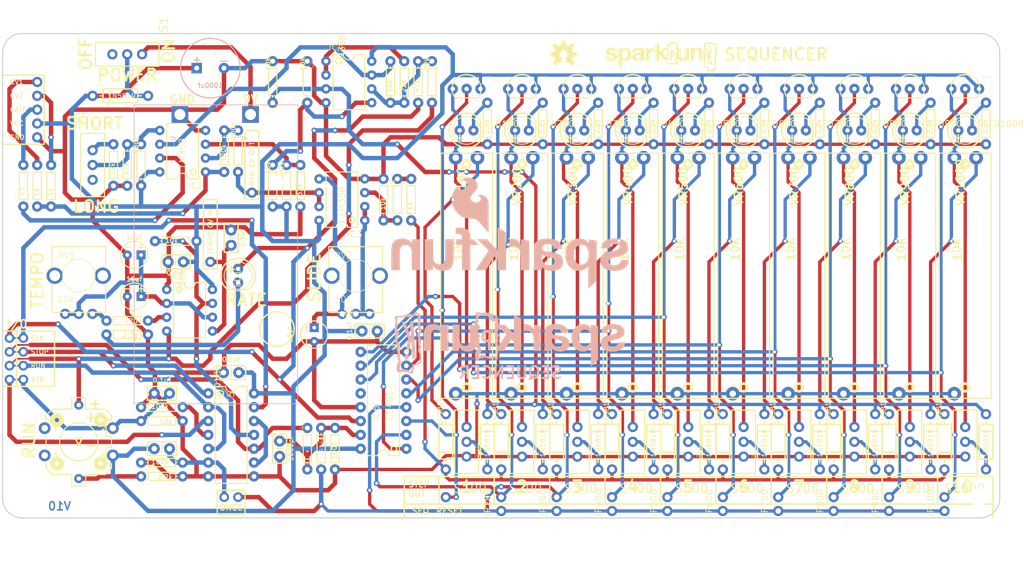
<source format=kicad_pcb>
(kicad_pcb (version 20211014) (generator pcbnew)
  (layers (0 "F.Cu" signal) (31 "B.Cu" signal) (34 "B.Paste" user) (35 "F.Paste" user) (36 "B.SilkS" user "B.Silkscreen") (37 "F.SilkS" user "F.Silkscreen") (38 "B.Mask" user) (39 "F.Mask" user) (44 "Edge.Cuts" user))
  (net 0 "")
  (net 1 "GND")
  (net 2 "STEP1")
  (net 3 "STEP2")
  (net 4 "STEP3")
  (net 5 "STEP4")
  (net 6 "STEP5")
  (net 7 "STEP6")
  (net 8 "STEP7")
  (net 9 "STEP8")
  (net 10 "STEP9")
  (net 11 "STEP10")
  (net 12 "VCC")
  (net 13 "N$1")
  (net 14 "N$2")
  (net 15 "N$4")
  (net 16 "GATESUM")
  (net 17 "N$3")
  (net 18 "POTSUM")
  (net 19 "BTN-OUT")
  (net 20 "LASTSTEP")
  (net 21 "N$9")
  (net 22 "N$8")
  (net 23 "CLK-OUT")
  (net 24 "N$14")
  (net 25 "N$18")
  (net 26 "N$22")
  (net 27 "N$27")
  (net 28 "N$28")
  (net 29 "N$29")
  (net 30 "N$30")
  (net 31 "N$31")
  (net 32 "N$32")
  (net 33 "N$33")
  (net 34 "N$34")
  (net 35 "N$35")
  (net 36 "N$36")
  (net 37 "N$37")
  (net 38 "N$38")
  (net 39 "N$39")
  (net 40 "N$40")
  (net 41 "N$41")
  (net 42 "N$42")
  (net 43 "N$43")
  (net 44 "N$44")
  (net 45 "N$45")
  (net 46 "N$46")
  (net 47 "N$47")
  (net 48 "N$48")
  (net 49 "N$49")
  (net 50 "N$50")
  (net 51 "N$51")
  (net 52 "N$52")
  (net 53 "N$53")
  (net 54 "N$54")
  (net 55 "N$55")
  (net 56 "N$56")
  (net 57 "N$57")
  (net 58 "N$58")
  (net 59 "N$59")
  (net 60 "N$60")
  (net 61 "N$61")
  (net 62 "N$62")
  (net 63 "N$5")
  (net 64 "PRECLK")
  (net 65 "N$26")
  (net 66 "N$10")
  (net 67 "N$13")
  (net 68 "N$7")
  (net 69 "STOP-OUT")
  (net 70 "RUN-OUT")
  (net 71 "RUN-IN")
  (net 72 "STOP-IN")
  (net 73 "CLK-IN")
  (net 74 "N$21")
  (net 75 "N$63")
  (net 76 "N$15")
  (net 77 "N$16")
  (net 78 "N$6")
  (net 79 "N$65")
  (net 80 "N$17")
  (net 81 "N$66")
  (net 82 "N$67")
  (net 83 "N$68")
  (net 84 "N$19")
  (net 85 "N$11")
  (net 86 "N$20")
  (net 87 "N$25")
  (net 88 "N$64")
  (net 89 "N$69")
  (net 90 "N$70")
  (net 91 "VBATT")
  (net 92 "N$71")
  (net 93 "N$23")
  (net 94 "555OUT")
  (footprint "boardEagle:SWITCH-SPDT_KIT" (layer "F.Cu") (at 192.961092 135.4836 180)
    (fp_text reference "S600")
    (fp_text value "SPDT")
  )
  (footprint "boardEagle:1X02_NO_SILK" (layer "F.Cu") (at 148.511092 148.1836 90)
    (fp_text reference "JP200")
    (fp_text value "STEP2")
  )
  (footprint "boardEagle:AXIAL-0.3EZ" (layer "F.Cu") (at 186.611092 77.0636 90)
    (fp_text reference "R500")
    (fp_text value "2.2k")
  )
  (footprint "boardEagle:CAP-PTH-SMALL-KIT" (layer "F.Cu") (at 86.281092 126.5936 180)
    (fp_text reference "C1" hide)
    (fp_text value ".1uf" hide)
  )
  (footprint "boardEagle:1X02_NO_SILK" (layer "F.Cu") (at 178.991092 148.1836 90)
    (fp_text reference "JP500")
    (fp_text value "STEP5")
  )
  (footprint "boardEagle:LED5MM-KIT" (layer "F.Cu") (at 223.441092 78.3336)
    (fp_text reference "LED900")
    (fp_text value "RED")
  )
  (footprint "boardEagle:SWITCH-SPDT_KIT" (layer "F.Cu") (at 223.441092 135.4836 180)
    (fp_text reference "S900")
    (fp_text value "SPDT")
  )
  (footprint "boardEagle:SJ_2S-TRACE-PTH" (layer "F.Cu") (at 59.611092 121.5136 180)
    (fp_text reference "SJ1")
    (fp_text value "RUN-N.C.")
  )
  (footprint "boardEagle:1X01NS" (layer "F.Cu") (at 138.351092 145.6436)
    (fp_text reference "JP100" hide)
    (fp_text value "STEP1" hide)
  )
  (footprint "boardEagle:AXIAL-0.3EZ" (layer "F.Cu") (at 111.681092 88.4936 90)
    (fp_text reference "R29")
    (fp_text value "33k")
  )
  (footprint "boardEagle:AXIAL-0.3EZ" (layer "F.Cu") (at 135.811092 69.4436 -90)
    (fp_text reference "R30")
    (fp_text value "22k")
  )
  (footprint "boardEagle:AXIAL-0.3EZ" (layer "F.Cu") (at 86.281092 131.6736 180)
    (fp_text reference "R4")
    (fp_text value "10k")
  )
  (footprint "boardEagle:DIODE-1N4001-KIT" (layer "F.Cu") (at 219.631092 135.4836 -90)
    (fp_text reference "D900")
    (fp_text value "1N5819")
  )
  (footprint "boardEagle:DIP08-KIT" (layer "F.Cu") (at 90.091092 82.1436 90)
    (fp_text reference "IC2")
    (fp_text value "LM358")
  )
  (footprint "boardEagle:1X01NS" (layer "F.Cu") (at 63.421092 69.4436)
    (fp_text reference "JP2" hide)
    (fp_text value "CV1" hide)
  )
  (footprint "boardEagle:AXIAL-0.3EZ" (layer "F.Cu") (at 60.881092 88.4936 90)
    (fp_text reference "R15")
    (fp_text value "47")
  )
  (footprint "boardEagle:SLIDER-MEDIUM-KIT" (layer "F.Cu") (at 223.441092 105.0036 -90)
    (fp_text reference "VR900")
    (fp_text value "10K")
  )
  (footprint "boardEagle:CAP-PTH-SMALL-KIT" (layer "F.Cu") (at 98.981092 98.0186 90)
    (fp_text reference "C8" hide)
    (fp_text value ".1uf" hide)
  )
  (footprint "boardEagle:AXIAL-0.3EZ" (layer "F.Cu") (at 145.971092 77.0636 90)
    (fp_text reference "R100")
    (fp_text value "2.2k")
  )
  (footprint "boardEagle:SJ_2S-TRACE-PTH" (layer "F.Cu") (at 59.611092 116.4336 180)
    (fp_text reference "SJ3")
    (fp_text value "CLK-N.C.")
  )
  (footprint "boardEagle:AXIAL-0.3EZ" (layer "F.Cu") (at 79.931092 113.2586 180)
    (fp_text reference "R1")
    (fp_text value "470")
  )
  (footprint "boardEagle:LED5MM-KIT" (layer "F.Cu") (at 233.601092 78.3336)
    (fp_text reference "LED1000")
    (fp_text value "RED")
  )
  (footprint "boardEagle:CPOL-RADIAL-10UF-25V-KIT" (layer "F.Cu") (at 114.221092 115.7986 90)
    (fp_text reference "C3")
    (fp_text value "10uf")
  )
  (footprint "boardEagle:LED5MM-KIT" (layer "F.Cu") (at 162.481092 78.3336)
    (fp_text reference "LED300")
    (fp_text value "RED")
  )
  (footprint "boardEagle:SWITCH-SPDT_KIT" (layer "F.Cu") (at 172.641092 135.4836 180)
    (fp_text reference "S400")
    (fp_text value "SPDT")
  )
  (footprint "boardEagle:AXIAL-0.3EZ" (layer "F.Cu") (at 82.471092 84.6836 -90)
    (fp_text reference "R16")
    (fp_text value "100k")
  )
  (footprint "boardEagle:TO-92-AMMO" (layer "F.Cu") (at 233.601092 70.7136)
    (fp_text reference "Q1000")
    (fp_text value "2N3904")
  )
  (footprint "boardEagle:DIL16-KIT" (layer "F.Cu") (at 126.921092 127.8636 90)
    (fp_text reference "IC6")
    (fp_text value "CD4017")
  )
  (footprint "boardEagle:AXIAL-0.3EZ" (layer "F.Cu") (at 86.281092 139.2936)
    (fp_text reference "R14")
    (fp_text value "100k")
  )
  (footprint "boardEagle:CAP-PTH-SMALL-KIT" (layer "F.Cu") (at 107.871092 136.7536 -90)
    (fp_text reference "C10" hide)
    (fp_text value "1nf" hide)
  )
  (footprint "boardEagle:SWITCH-SPDT_KIT" (layer "F.Cu") (at 182.801092 135.4836 180)
    (fp_text reference "S500")
    (fp_text value "SPDT")
  )
  (footprint "boardEagle:CPOL-RADIAL-10UF-25V-KIT" (layer "F.Cu") (at 81.201092 101.1936)
    (fp_text reference "C4")
    (fp_text value "10uf")
  )
  (footprint "boardEagle:1X01NS" (layer "F.Cu") (at 102.791092 89.7636 90)
    (fp_text reference "JP5" hide)
    (fp_text value "CV" hide)
  )
  (footprint "boardEagle:OSHW-LOGO-M" (layer "F.Cu") (at 159.941092 64.3636)
    (fp_text reference "LOGO2" hide)
    (fp_text value "OSHW-LOGOM" hide)
  )
  (footprint "boardEagle:AXIAL-0.3EZ" (layer "F.Cu") (at 65.961092 88.4936 90)
    (fp_text reference "R26")
    (fp_text value "1k")
  )
  (footprint "boardEagle:TO-92-AMMO" (layer "F.Cu") (at 152.321092 70.7136)
    (fp_text reference "Q200")
    (fp_text value "2N3904")
  )
  (footprint "boardEagle:LED5MM-KIT" (layer "F.Cu") (at 100.251092 105.0036 -90)
    (fp_text reference "LED1")
    (fp_text value "RED")
  )
  (footprint "boardEagle:CAP-PTH-SMALL-KIT" (layer "F.Cu") (at 86.281092 136.7536)
    (fp_text reference "C11" hide)
    (fp_text value ".1uf" hide)
  )
  (footprint "boardEagle:DIODE-1N4001-KIT" (layer "F.Cu") (at 206.931092 135.4836 90)
    (fp_text reference "D701")
    (fp_text value "1N5819")
  )
  (footprint "boardEagle:STAND-OFF" (layer "F.Cu") (at 236.141092 64.3636)
    (fp_text reference "STANDOFF6" hide)
    (fp_text value "STAND-OFF" hide)
  )
  (footprint "boardEagle:ALPS_POT_KIT" (layer "F.Cu") (at 71.041092 105.0036 -90)
    (fp_text reference "RV1")
    (fp_text value "10k")
  )
  (footprint "boardEagle:CREATIVE_COMMONS" (layer "F.Cu") (at 79.931092 159.6136)
    (fp_text reference "FRAME1" hide)
    (fp_text value "FRAME-LEDGER" hide)
  )
  (footprint "boardEagle:AXIAL-0.3EZ" (layer "F.Cu") (at 128.191092 69.4436 90)
    (fp_text reference "R21")
    (fp_text value "10k")
  )
  (footprint "boardEagle:SLIDER-MEDIUM-KIT" (layer "F.Cu") (at 142.161092 105.0036 -90)
    (fp_text reference "VR100")
    (fp_text value "10K")
  )
  (footprint "boardEagle:AXIAL-0.3EZ" (layer "F.Cu") (at 106.601092 69.4436 -90)
    (fp_text reference "R25")
    (fp_text value "10k")
  )
  (footprint "boardEagle:DIODE-1N4001-KIT" (layer "F.Cu") (at 166.291092 135.4836 90)
    (fp_text reference "D301")
    (fp_text value "1N5819")
  )
  (footprint "boardEagle:AXIAL-0.3EZ" (layer "F.Cu") (at 130.731092 69.4436 90)
    (fp_text reference "R18")
    (fp_text value "22k")
  )
  (footprint "boardEagle:DIP08-KIT" (layer "F.Cu") (at 91.361092 111.3536 -90)
    (fp_text reference "IC1")
    (fp_text value "7555")
  )
  (footprint "boardEagle:AXIAL-0.3EZ" (layer "F.Cu") (at 156.131092 77.0636 90)
    (fp_text reference "R200")
    (fp_text value "2.2k")
  )
  (footprint "boardEagle:AXIAL-0.3EZ" (layer "F.Cu") (at 106.601092 88.4936 -90)
    (fp_text reference "R24")
    (fp_text value "10k")
  )
  (footprint "boardEagle:TO-92-AMMO" (layer "F.Cu") (at 182.801092 70.7136)
    (fp_text reference "Q500")
    (fp_text value "2N3904")
  )
  (footprint "boardEagle:LED5MM-KIT" (layer "F.Cu") (at 142.161092 78.3336)
    (fp_text reference "LED100")
    (fp_text value "RED")
  )
  (footprint "boardEagle:AXIAL-0.3EZ" (layer "F.Cu") (at 79.931092 115.7986 180)
    (fp_text reference "R19")
    (fp_text value "2.2k")
  )
  (footprint "boardEagle:AXIAL-0.3EZ" (layer "F.Cu") (at 133.271092 69.4436 90)
    (fp_text reference "R13")
    (fp_text value "47k")
  )
  (footprint "boardEagle:1X02_NO_SILK" (layer "F.Cu") (at 209.471092 148.1836 90)
    (fp_text reference "JP800")
    (fp_text value "STEP8")
  )
  (footprint "boardEagle:LED5MM-KIT" (layer "F.Cu") (at 213.281092 78.3336)
    (fp_text reference "LED800")
    (fp_text value "RED")
  )
  (footprint "boardEagle:AXIAL-0.3EZ" (layer "F.Cu") (at 88.821092 98.6536)
    (fp_text reference "R7")
    (fp_text value "10k")
  )
  (footprint "boardEagle:1X01NS" (layer "F.Cu") (at 63.421092 74.5236)
    (fp_text reference "JP1" hide)
    (fp_text value "GATE" hide)
  )
  (footprint "boardEagle:AXIAL-0.3EZ" (layer "F.Cu") (at 126.921092 91.0336 90)
    (fp_text reference "R12")
    (fp_text value "10k")
  )
  (footprint "boardEagle:1X02_NO_SILK" (layer "F.Cu") (at 219.631092 148.1836 90)
    (fp_text reference "JP900")
    (fp_text value "STEP9")
  )
  (footprint "boardEagle:DIODE-1N4001-KIT" (layer "F.Cu") (at 138.351092 135.4836 -90)
    (fp_text reference "D100")
    (fp_text value "1N5819")
  )
  (footprint "boardEagle:STAND-OFF" (layer "F.Cu") (at 148.511092 64.3636)
    (fp_text reference "STANDOFF3" hide)
    (fp_text value "STAND-OFF" hide)
  )
  (footprint "boardEagle:1X02_NO_SILK" (layer "F.Cu") (at 199.311092 148.1836 90)
    (fp_text reference "JP700")
    (fp_text value "STEP7")
  )
  (footprint "boardEagle:LED5MM-KIT" (layer "F.Cu") (at 172.641092 78.3336)
    (fp_text reference "LED400")
    (fp_text value "RED")
  )
  (footprint "boardEagle:CAP-PTH-SMALL-KIT" (layer "F.Cu") (at 124.381092 115.1636)
    (fp_text reference "C6" hide)
    (fp_text value ".1uf" hide)
  )
  (footprint "boardEagle:AXIAL-0.3EZ" (layer "F.Cu") (at 86.281092 141.8336 180)
    (fp_text reference "R6")
    (fp_text value "2.2k")
  )
  (footprint "boardEagle:1X02_NO_SILK" (layer "F.Cu") (at 189.151092 148.1836 90)
    (fp_text reference "JP600")
    (fp_text value "STEP6")
  )
  (footprint "boardEagle:AXIAL-0.3EZ" (layer "F.Cu") (at 100.251092 82.1436 -90)
    (fp_text reference "R28")
    (fp_text value "100k")
  )
  (footprint "boardEagle:AXIAL-0.3EZ" (layer "F.Cu") (at 77.391092 84.6836 90)
    (fp_text reference "R17")
    (fp_text value "22k")
  )
  (footprint "boardEagle:DIODE-1N4001-KIT" (layer "F.Cu") (at 237.411092 135.4836 90)
    (fp_text reference "D1001")
    (fp_text value "1N5819")
  )
  (footprint "boardEagle:DIL14-KIT" (layer "F.Cu") (at 98.981092 135.4836 -90)
    (fp_text reference "IC5")
    (fp_text value "CD4013B")
  )
  (footprint "boardEagle:ALPS_POT_KIT" (layer "F.Cu") (at 121.841092 105.0036 -90)
    (fp_text reference "RV2")
    (fp_text value "10k")
  )
  (footprint "boardEagle:TO-92-AMMO" (layer "F.Cu") (at 213.281092 70.7136)
    (fp_text reference "Q800")
    (fp_text value "2N3904")
  )
  (footprint "boardEagle:AXIAL-0.3EZ" (layer "F.Cu") (at 166.291092 77.0636 90)
    (fp_text reference "R300")
    (fp_text value "2.2k")
  )
  (footprint "boardEagle:SLIDER-MEDIUM-KIT" (layer "F.Cu") (at 182.801092 105.0036 -90)
    (fp_text reference "VR500")
    (fp_text value "10K")
  )
  (footprint "boardEagle:STAND-OFF" (layer "F.Cu") (at 60.881092 64.3636)
    (fp_text reference "STANDOFF2" hide)
    (fp_text value "STAND-OFF" hide)
  )
  (footprint "boardEagle:1X02_NO_SILK" (layer "F.Cu") (at 168.831092 148.1836 90)
    (fp_text reference "JP400")
    (fp_text value "STEP4")
  )
  (footprint "boardEagle:AXIAL-0.3EZ" (layer "F.Cu") (at 112.951092 69.4436 -90)
    (fp_text reference "R23")
    (fp_text value "10k")
  )
  (footprint "boardEagle:LED5MM-KIT" (layer "F.Cu") (at 192.961092 78.3336)
    (fp_text reference "LED600")
    (fp_text value "RED")
  )
  (footprint "boardEagle:SWITCH-SPDT_KIT" (layer "F.Cu") (at 142.161092 135.4836 180)
    (fp_text reference "S100")
    (fp_text value "SPDT")
  )
  (footprint "boardEagle:AXIAL-0.3EZ" (layer "F.Cu") (at 63.421092 88.4936 90)
    (fp_text reference "R10")
    (fp_text value "1k")
  )
  (footprint "boardEagle:AXIAL-0.3EZ" (layer "F.Cu") (at 176.451092 77.0636 90)
    (fp_text reference "R400")
    (fp_text value "2.2k")
  )
  (footprint "boardEagle:CPOL-RADIAL-10UF-25V-KIT" (layer "F.Cu") (at 81.201092 108.8136)
    (fp_text reference "C2")
    (fp_text value "10uf")
  )
  (footprint "boardEagle:DIODE-1N4001-KIT" (layer "F.Cu") (at 78.661092 71.9836 180)
    (fp_text reference "D3")
    (fp_text value "1N5819")
  )
  (footprint "boardEagle:AXIAL-0.3EZ" (layer "F.Cu") (at 79.931092 84.6836 90)
    (fp_text reference "R5")
    (fp_text value "47k")
  )
  (footprint "boardEagle:TO-92-AMMO" (layer "F.Cu") (at 223.441092 70.7136)
    (fp_text reference "Q900")
    (fp_text value "2N3904")
  )
  (footprint "boardEagle:TO-92-AMMO" (layer "F.Cu") (at 142.161092 70.7136)
    (fp_text reference "Q100")
    (fp_text value "2N3904")
  )
  (footprint "boardEagle:AXIAL-0.3EZ" (layer "F.Cu") (at 86.281092 129.1336)
    (fp_text reference "R2")
    (fp_text value "100k")
  )
  (footprint "boardEagle:AXIAL-0.3EZ" (layer "F.Cu") (at 97.711092 82.1436 90)
    (fp_text reference "R27")
    (fp_text value "100k")
  )
  (footprint "boardEagle:1X01NS" (layer "F.Cu") (at 63.421092 71.9836 90)
    (fp_text reference "JP4" hide)
    (fp_text value "CV2" hide)
  )
  (footprint "boardEagle:DIODE-1N4001-KIT" (layer "F.Cu") (at 227.251092 135.4836 90)
    (fp_text reference "D901")
    (fp_text value "1N5819")
  )
  (footprint "boardEagle:AXIAL-0.3EZ" (layer "F.Cu") (at 206.931092 77.0636 90)
    (fp_text reference "R700")
    (fp_text value "2.2k")
  )
  (footprint "boardEagle:SLIDER-MEDIUM-KIT" (layer "F.Cu") (at 203.121092 105.0036 -90)
    (fp_text reference "VR700")
    (fp_text value "10K")
  )
  (footprint "boardEagle:SLIDER-MEDIUM-KIT" (layer "F.Cu") (at 162.481092 105.0036 -90)
    (fp_text reference "VR300")
    (fp_text value "10K")
  )
  (footprint "boardEagle:SWITCH-SPDT_KIT" (layer "F.Cu") (at 79.931092 64.3636 -90)
    (fp_text reference "S1")
    (fp_text value "SPDT")
  )
  (footprint "boardEagle:LED5MM-KIT" (layer "F.Cu") (at 182.801092 78.3336)
    (fp_text reference "LED500")
    (fp_text value "RED")
  )
  (footprint "boardEagle:DIODE-1N4148-KIT" (layer "F.Cu") (at 115.491092 136.7536 90)
    (fp_text reference "D1")
    (fp_text value "1n4148")
  )
  (footprint "boardEagle:DIODE-1N4001-KIT" (layer "F.Cu") (at 158.671092 135.4836 -90)
    (fp_text reference "D300")
    (fp_text value "1N5819")
  )
  (footprint "boardEagle:DIODE-1N4001-KIT" (layer "F.Cu") (at 209.471092 135.4836 -90)
    (fp_text reference "D800")
    (fp_text value "1N5819")
  )
  (footprint "boardEagle:DIODE-1N4001-KIT" (layer "F.Cu") (at 196.771092 135.4836 90)
    (fp_text reference "D601")
    (fp_text value "1N5819")
  )
  (footprint "boardEagle:AXIAL-0.3EZ" (layer "F.Cu") (at 227.251092 77.0636 90)
    (fp_text reference "R900")
    (fp_text value "2.2k")
  )
  (footprint "boardEagle:SWITCH-SPDT_KIT" (layer "F.Cu") (at 152.321092 135.4836 180)
    (fp_text reference "S200")
    (fp_text value "SPDT")
  )
  (footprint "boardEagle:TACTILE-PTH-LED-12MM-EZ" (layer "F.Cu") (at 71.041092 135.4836)
    (fp_text reference "S3" hide)
    (fp_text value "Play Button" hide)
  )
  (footprint "boardEagle:STAND-OFF" (layer "F.Cu") (at 60.881092 145.6436)
    (fp_text reference "STANDOFF1" hide)
    (fp_text value "STAND-OFF" hide)
  )
  (footprint "boardEagle:STAND-OFF" (layer "F.Cu") (at 236.141092 145.6436)
    (fp_text reference "STANDOFF5" hide)
    (fp_text value "STAND-OFF" hide)
  )
  (footprint "boardEagle:TO-92-AMMO" (layer "F.Cu") (at 192.961092 70.7136)
    (fp_text reference "Q600")
    (fp_text value "2N3904")
  )
  (footprint "boardEagle:TO-92-AMMO" (layer "F.Cu") (at 172.641092 70.7136)
    (fp_text reference "Q400")
    (fp_text value "2N3904")
  )
  (footprint "boardEagle:SWITCH-SPDT_KIT" (layer "F.Cu") (at 73.581092 84.6836)
    (fp_text reference "S5")
    (fp_text value "SPDT")
  )
  (footprint "boardEagle:TO-92-AMMO" (layer "F.Cu") (at 162.481092 70.7136)
    (fp_text reference "Q300")
    (fp_text value "2N3904")
  )
  (footprint "boardEagle:AXIAL-0.3EZ" (layer "F.Cu") (at 217.091092 77.0636 90)
    (fp_text reference "R800")
    (fp_text value "2.2k")
  )
  (footprint "boardEagle:AXIAL-0.3EZ" (layer "F.Cu") (at 237.411092 77.0636 90)
    (fp_text reference "R1000")
    (fp_text value "2.2k")
  )
  (footprint "boardEagle:LED5MM-KIT" (layer "F.Cu") (at 203.121092 78.3336)
    (fp_text reference "LED700")
    (fp_text value "RED")
  )
  (footprint "boardEagle:DIODE-1N4001-KIT" (layer "F.Cu") (at 176.451092 135.4836 90)
    (fp_text reference "D401")
    (fp_text value "1N5819")
  )
  (footprint "boardEagle:1X02_NO_SILK" (layer "F.Cu") (at 158.671092 148.1836 90)
    (fp_text reference "JP300")
    (fp_text value "STEP3")
  )
  (footprint "boardEagle:SLIDER-MEDIUM-KIT" (layer "F.Cu") (at 172.641092 105.0036 -90)
    (fp_text reference "VR400")
    (fp_text value "10K")
  )
  (footprint "boardEagle:DIP08-KIT" (layer "F.Cu") (at 120.571092 69.4436 -90)
    (fp_text reference "IC4")
    (fp_text value "LM358")
  )
  (footprint "boardEagle:LED5MM-KIT" (layer "F.Cu") (at 152.321092 78.3336)
    (fp_text reference "LED200")
    (fp_text value "RED")
  )
  (footprint "boardEagle:SLIDER-MEDIUM-KIT" (layer "F.Cu") (at 192.961092 105.0036 -90)
    (fp_text reference "VR600")
    (fp_text value "10K")
  )
  (footprint "boardEagle:SWITCH-SPDT_KIT" (layer "F.Cu") (at 233.601092 135.4836 180)
    (fp_text reference "S1000")
    (fp_text value "SPDT")
  )
  (footprint "boardEagle:DIODE-1N4001-KIT" (layer "F.Cu") (at 186.611092 135.4836 90)
    (fp_text reference "D501")
    (fp_text value "1N5819")
  )
  (footprint "boardEagle:AXIAL-0.3EZ" (layer "F.Cu") (at 129.461092 91.0336 -90)
    (fp_text reference "R9")
    (fp_text value "1k")
  )
  (footprint "boardEagle:DIODE-1N4001-KIT" (layer "F.Cu") (at 199.311092 135.4836 -90)
    (fp_text reference "D700")
    (fp_text value "1N5819")
  )
  (footprint "boardEagle:AXIAL-0.3EZ" (layer "F.Cu") (at 109.141092 88.4936 -90)
    (fp_text reference "R20")
    (fp_text value "47k")
  )
  (footprint "boardEagle:DIODE-1N4148-KIT" (layer "F.Cu") (at 112.951092 136.7536 -90)
    (fp_text reference "D2")
    (fp_text value "1n4148")
  )
  (footprint "boardEagle:DIODE-1N4001-KIT" (layer "F.Cu") (at 168.831092 135.4836 -90)
    (fp_text reference "D400")
    (fp_text value "1N5819")
  )
  (footprint "boardEagle:DIODE-1N4001-KIT" (layer "F.Cu") (at 178.991092 135.4836 -90)
    (fp_text reference "D500")
    (fp_text value "1N5819")
  )
  (footprint "boardEagle:DIODE-1N4001-KIT" (layer "F.Cu") (at 229.791092 135.4836 -90)
    (fp_text reference "D1000")
    (fp_text value "1N5819")
  )
  (footprint "boardEagle:1X01NS" (layer "F.Cu") (at 63.421092 77.0636)
    (fp_text reference "JP6" hide)
    (fp_text value "VCC" hide)
  )
  (footprint "boardEagle:SPARKPUNK_LOGO_.1" (layer "F.Cu") (at 167.561092 65.6336)
    (fp_text reference "LOGO3" hide)
    (fp_text value "SPARKPUNK_LOGO.1INCH_TALL" hide)
  )
  (footprint "boardEagle:SWITCH-SPDT_KIT" (layer "F.Cu") (at 213.281092 135.4836 180)
    (fp_text reference "S800")
    (fp_text value "SPDT")
  )
  (footprint "boardEagle:DIODE-1N4001-KIT" (layer "F.Cu") (at 217.091092 135.4836 90)
    (fp_text reference "D801")
    (fp_text value "1N5819")
  )
  (footprint "boardEagle:DIP08-KIT" (layer "F.Cu") (at 119.301092 91.0336 90)
    (fp_text reference "IC3")
    (fp_text value "LM358")
  )
  (footprint "boardEagle:SWITCH-SPDT_KIT" (layer "F.Cu") (at 162.481092 135.4836 180)
    (fp_text reference "S300")
    (fp_text value "SPDT")
  )
  (footprint "boardEagle:CAP-PTH-SMALL-KIT" (layer "F.Cu") (at 98.981092 122.7836 180)
    (fp_text reference "C5" hide)
    (fp_text value ".1uf" hide)
  )
  (footprint "boardEagle:AXIAL-0.3EZ" (layer "F.Cu") (at 196.771092 77.0636 90)
    (fp_text reference "R600")
    (fp_text value "2.2k")
  )
  (footprint "boardEagle:SLIDER-MEDIUM-KIT" (layer "F.Cu") (at 213.281092 105.0036 -90)
    (fp_text reference "VR800")
    (fp_text value "10K")
  )
  (footprint "boardEagle:DIODE-1N4001-KIT" (layer "F.Cu") (at 148.511092 135.4836 -90)
    (fp_text reference "D200")
    (fp_text value "1N5819")
  )
  (footprint "boardEagle:SJ_2S-TRACE-PTH" (layer "F.Cu") (at 59.611092 124.0536 180)
    (fp_text reference "SJ4")
    (fp_text value "BTN-N.C.")
  )
  (footprint "boardEagle:CAP-PTH-SMALL-KIT" (layer "F.Cu") (at 88.821092 102.4636 180)
    (fp_text reference "C7" hide)
    (fp_text value ".1uf" hide)
  )
  (footprint "boardEagle:AXIAL-0.3EZ" (layer "F.Cu") (at 118.031092 136.7536 90)
    (fp_text reference "R3")
    (fp_text value "100k")
  )
  (footprint "boardEagle:TO-92-AMMO" (layer "F.Cu") (at 203.121092 70.7136)
    (fp_text reference "Q700")
    (fp_text value "2N3904")
  )
  (footprint "boardEagle:SJ_2S-TRACE-PTH" (layer "F.Cu") (at 59.611092 118.9736 180)
    (fp_text reference "SJ2")
    (fp_text value "STOP-N.C.")
  )
  (footprint "boardEagle:SLIDER-MEDIUM-KIT" (layer "F.Cu") (at 233.601092 105.0036 -90)
    (fp_text reference "VR1000")
    (fp_text value "10K")
  )
  (footprint "boardEagle:SJ_2S-PTH" (layer "F.Cu") (at 98.981092 145.6436)
    (fp_text reference "SJ5")
    (fp_text value "ONE-SHOT-N.O.")
  )
  (footprint "boardEagle:1X01NS" (layer "F.Cu") (at 63.421092 79.6036)
    (fp_text reference "JP7" hide)
    (fp_text value "GND" hide)
  )
  (footprint "boardEagle:DIODE-1N4001-KIT" (layer "F.Cu") (at 189.151092 135.4836 -90)
    (fp_text reference "D600")
    (fp_text value "1N5819")
  )
  (footprint "boardEagle:SLIDER-MEDIUM-KIT" (layer "F.Cu") (at 152.321092 105.0036 -90)
    (fp_text reference "VR200")
    (fp_text value "10K")
  )
  (footprint "boardEagle:1X02_NO_SILK" (layer "F.Cu") (at 229.791092 148.1836 90)
    (fp_text reference "JP1000")
    (fp_text value "STEP10")
  )
  (footprint "boardEagle:SWITCH-SPDT_KIT" (layer "F.Cu") (at 203.121092 135.4836 180)
    (fp_text reference "S700")
    (fp_text value "SPDT")
  )
  (footprint "boardEagle:AXIAL-0.3EZ" (layer "F.Cu") (at 132.001092 91.0336 90)
    (fp_text reference "R22")
    (fp_text value "1k")
  )
  (footprint "boardEagle:DIODE-1N4001-KIT" (layer "F.Cu") (at 145.971092 135.4836 90)
    (fp_text reference "D101")
    (fp_text value "1N5819")
  )
  (footprint "boardEagle:1X01NS" (layer "F.Cu") (at 95.171092 102.4636)
    (fp_text reference "JP3" hide)
    (fp_text value "TEMPO_CV" hide)
  )
  (footprint "boardEagle:DIODE-1N4001-KIT" (layer "F.Cu") (at 156.131092 135.4836 90)
    (fp_text reference "D201")
    (fp_text value "1N5819")
  )
  (footprint "boardEagle:SFE_LOGO_NAME_FLAME_.4" (layer "B.Cu") (at 172.641092 107.5436 180)
    (fp_text reference "LOGO4" hide)
    (fp_text value "SFE_LOGO_NAME_FLAME.4_INCH" hide)
  )
  (footprint "boardEagle:SPARKPUNK_LOGO_.2" (layer "B.Cu") (at 171.371092 118.9736 180)
    (fp_text reference "LOGO1" hide)
    (fp_text value "SPARKPUNK_LOGO.2_INCH_TALL" hide)
  )
  (footprint "boardEagle:BC9VPC_KIT" (layer "B.Cu") (at 81.201092 128.4986 90)
    (fp_text reference "BAT1" hide)
    (fp_text value "9V" hide)
  )
  (footprint "boardEagle:CPOL-RADIAL-1000UF-25V-KIT" (layer "B.Cu") (at 95.171092 66.9036 180)
    (fp_text reference "C9")
    (fp_text value "1000uf/25V")
  )
  (gr_line (start 96.441092 148.8186) (end 101.521092 148.8186) (layer "F.SilkS") (width 0.254))
  (gr_line (start 147.241092 146.9136) (end 147.241092 141.8336) (layer "F.SilkS") (width 0.254))
  (gr_line (start 208.201092 146.9136) (end 208.201092 141.8336) (layer "F.SilkS") (width 0.254))
  (gr_line (start 238.681092 149.4536) (end 238.681092 141.8336) (layer "F.SilkS") (width 0.254))
  (gr_line (start 59.611092 115.1636) (end 57.071092 115.1636) (layer "F.SilkS") (width 0.254))
  (gr_line (start 59.611092 115.1636) (end 59.611092 125.3236) (layer "F.SilkS") (width 0.254))
  (gr_line (start 147.241092 141.8336) (end 157.401092 141.8336) (layer "F.SilkS") (width 0.254))
  (gr_line (start 59.611092 125.3236) (end 66.596092 125.3236) (layer "F.SilkS") (width 0.254))
  (gr_line (start 167.561092 141.8336) (end 177.721092 141.8336) (layer "F.SilkS") (width 0.254))
  (gr_line (start 93.901092 103.7336) (end 93.901092 91.0336) (layer "F.SilkS") (width 0.254))
  (gr_line (start 93.901092 103.7336) (end 96.441092 103.7336) (layer "F.SilkS") (width 0.254))
  (gr_line (start 228.521092 146.9136) (end 238.681092 146.9136) (layer "F.SilkS") (width 0.254))
  (gr_line (start 147.241092 146.9136) (end 157.401092 146.9136) (layer "F.SilkS") (width 0.254))
  (gr_line (start 218.361092 146.9136) (end 218.361092 141.8336) (layer "F.SilkS") (width 0.254))
  (gr_line (start 157.401092 146.9136) (end 157.401092 141.8336) (layer "F.SilkS") (width 0.254))
  (gr_line (start 208.201092 146.9136) (end 218.361092 146.9136) (layer "F.SilkS") (width 0.254))
  (gr_line (start 228.521092 141.8336) (end 238.681092 141.8336) (layer "F.SilkS") (width 0.254))
  (gr_line (start 167.561092 146.9136) (end 177.721092 146.9136) (layer "F.SilkS") (width 0.254))
  (gr_line (start 198.041092 146.9136) (end 208.201092 146.9136) (layer "F.SilkS") (width 0.254))
  (gr_line (start 101.521092 78.3336) (end 104.061092 78.3336) (layer "F.SilkS") (width 0.254))
  (gr_line (start 104.061092 91.0336) (end 104.061092 78.3336) (layer "F.SilkS") (width 0.254))
  (gr_line (start 167.561092 146.9136) (end 167.561092 141.8336) (layer "F.SilkS") (width 0.254))
  (gr_circle (center 107.363092 114.7826) (end 110.538092 114.7826) (layer "F.SilkS") (width 0.254) (fill none))
  (gr_line (start 101.521092 148.8186) (end 101.521092 144.3736) (layer "F.SilkS") (width 0.254))
  (gr_line (start 177.721092 146.9136) (end 187.881092 146.9136) (layer "F.SilkS") (width 0.254))
  (gr_line (start 177.721092 141.8336) (end 187.881092 141.8336) (layer "F.SilkS") (width 0.254))
  (gr_line (start 137.081092 146.9136) (end 130.731092 146.9136) (layer "F.SilkS") (width 0.254))
  (gr_line (start 66.596092 115.1636) (end 59.611092 115.1636) (layer "F.SilkS") (width 0.254))
  (gr_line (start 218.361092 146.9136) (end 228.521092 146.9136) (layer "F.SilkS") (width 0.254))
  (gr_line (start 93.901092 91.0336) (end 96.441092 91.0336) (layer "F.SilkS") (width 0.254))
  (gr_line (start 130.731092 141.8336) (end 137.081092 141.8336) (layer "F.SilkS") (width 0.254))
  (gr_line (start 137.081092 146.9136) (end 137.081092 141.8336) (layer "F.SilkS") (width 0.254))
  (gr_line (start 218.361092 141.8336) (end 228.521092 141.8336) (layer "F.SilkS") (width 0.254))
  (gr_line (start 157.401092 146.9136) (end 167.561092 146.9136) (layer "F.SilkS") (width 0.254))
  (gr_line (start 64.691092 80.8736) (end 64.691092 68.1736) (layer "F.SilkS") (width 0.254))
  (gr_line (start 101.521092 91.0336) (end 101.521092 78.3336) (layer "F.SilkS") (width 0.254))
  (gr_line (start 57.071092 80.8736) (end 64.691092 80.8736) (layer "F.SilkS") (width 0.254))
  (gr_line (start 137.081092 146.9136) (end 147.241092 146.9136) (layer "F.SilkS") (width 0.254))
  (gr_line (start 198.041092 141.8336) (end 208.201092 141.8336) (layer "F.SilkS") (width 0.254))
  (gr_line (start 130.731092 149.4536) (end 130.731092 146.9136) (layer "F.SilkS") (width 0.254))
  (gr_line (start 66.596092 125.3236) (end 66.596092 115.1636) (layer "F.SilkS") (width 0.254))
  (gr_line (start 208.201092 141.8336) (end 218.361092 141.8336) (layer "F.SilkS") (width 0.254))
  (gr_line (start 198.041092 146.9136) (end 198.041092 141.8336) (layer "F.SilkS") (width 0.254))
  (gr_line (start 96.441092 103.7336) (end 96.441092 91.0336) (layer "F.SilkS") (width 0.254))
  (gr_line (start 96.441092 144.3736) (end 101.521092 144.3736) (layer "F.SilkS") (width 0.254))
  (gr_line (start 137.081092 141.8336) (end 147.241092 141.8336) (layer "F.SilkS") (width 0.254))
  (gr_line (start 187.881092 146.9136) (end 198.041092 146.9136) (layer "F.SilkS") (width 0.254))
  (gr_line (start 57.071092 115.1636) (end 57.071092 125.3236) (layer "F.SilkS") (width 0.254))
  (gr_line (start 187.881092 141.8336) (end 198.041092 141.8336) (layer "F.SilkS") (width 0.254))
  (gr_line (start 130.731092 146.9136) (end 130.731092 141.8336) (layer "F.SilkS") (width 0.254))
  (gr_line (start 157.401092 141.8336) (end 167.561092 141.8336) (layer "F.SilkS") (width 0.254))
  (gr_line (start 177.721092 146.9136) (end 177.721092 141.8336) (layer "F.SilkS") (width 0.254))
  (gr_line (start 101.521092 91.0336) (end 104.061092 91.0336) (layer "F.SilkS") (width 0.254))
  (gr_line (start 64.691092 68.1736) (end 57.071092 68.1736) (layer "F.SilkS") (width 0.254))
  (gr_line (start 228.521092 146.9136) (end 228.521092 141.8336) (layer "F.SilkS") (width 0.254))
  (gr_line (start 96.441092 148.8186) (end 96.441092 144.3736) (layer "F.SilkS") (width 0.254))
  (gr_line (start 57.071092 125.3236) (end 59.611092 125.3236) (layer "F.SilkS") (width 0.254))
  (gr_line (start 187.881092 146.9136) (end 187.881092 141.8336) (layer "F.SilkS") (width 0.254))
  (gr_line (start 57.071092 64.250454) (end 57.071092 145.8615) (layer "Edge.Cuts") (width 0.2032))
  (gr_arc (start 60.663192 149.4536) (mid 58.123194 148.401498) (end 57.071092 145.8615) (layer "Edge.Cuts") (width 0.2032))
  (gr_line (start 239.931092 145.875613) (end 239.931092 64.235388) (layer "Edge.Cuts") (width 0.2032))
  (gr_line (start 60.663192 149.4536) (end 236.353104 149.4536) (layer "Edge.Cuts") (width 0.2032))
  (gr_arc (start 57.071091 64.250454) (mid 57.988874 61.704729) (end 60.437945 60.5536) (layer "Edge.Cuts") (width 0.2032))
  (gr_arc (start 239.931091 145.875613) (mid 238.883123 148.405632) (end 236.353104 149.4536) (layer "Edge.Cuts") (width 0.2032))
  (gr_arc (start 236.579304 60.5536) (mid 239.017721 61.700316) (end 239.931092 64.235388) (layer "Edge.Cuts") (width 0.2032))
  (gr_line (start 236.579304 60.5536) (end 60.437945 60.5536) (layer "Edge.Cuts") (width 0.2032))
  (gr_text "V10" (at 69.771092 148.1836) (layer "B.Cu") (effects (font (size 1.5113 1.5113) (thickness 0.2667)) (justify left bottom mirror)))
  (gr_text "SEQUENCER" (at 159.941092 124.0536) (layer "B.SilkS") (effects (font (size 2.159 2.159) (thickness 0.381)) (justify left bottom mirror)))
  (gr_text "1000uf" (at 95.171092 70.0786) (layer "B.SilkS") (effects (font (size 0.8636 0.8636) (thickness 0.1524)) (justify mirror)))
  (gr_text "3" (at 162.481092 142.4686) (layer "F.SilkS") (effects (font (size 2.159 2.159) (thickness 0.381)) (justify top)))
  (gr_text "SEQUENCER" (at 189.151092 65.6336) (layer "F.SilkS") (effects (font (size 2.159 2.159) (thickness 0.381)) (justify left bottom)))
  (gr_text "8" (at 213.281092 142.4686) (layer "F.SilkS") (effects (font (size 2.159 2.159) (thickness 0.381)) (justify top)))
  (gr_text "GND" (at 58.341092 79.6036) (layer "F.SilkS") (effects (font (size 0.8636 0.8636) (thickness 0.1524)) (justify left)))
  (gr_text "9" (at 223.441092 142.4686) (layer "F.SilkS") (effects (font (size 2.159 2.159) (thickness 0.381)) (justify top)))
  (gr_text "TEMPO" (at 64.691092 111.3536 90) (layer "F.SilkS") (effects (font (size 2.159 2.159) (thickness 0.381)) (justify left bottom)))
  (gr_text "GND" (at 87.551092 72.6186) (layer "F.SilkS") (effects (font (size 1.5113 1.5113) (thickness 0.2667)) (justify left)))
  (gr_text "STEP\nOUT" (at 131.366092 145.6436) (layer "F.SilkS") (effects (font (size 1.0795 1.0795) (thickness 0.1905)) (justify left bottom)))
  (gr_text "ON" (at 88.821092 66.2686 90) (layer "F.SilkS") (effects (font (size 2.159 2.159) (thickness 0.381)) (justify left bottom)))
  (gr_text "10" (at 232.966092 142.4686) (layer "F.SilkS") (effects (font (size 2.159 2.159) (thickness 0.381)) (justify top)))
  (gr_text "CV1" (at 58.341092 69.4436) (layer "F.SilkS") (effects (font (size 0.8636 0.8636) (thickness 0.1524)) (justify left)))
  (gr_text "RATE" (at 97.711092 110.7186) (layer "F.SilkS") (effects (font (size 2.159 2.159) (thickness 0.381)) (justify left bottom)))
  (gr_text "VCC" (at 58.341092 77.0636) (layer "F.SilkS") (effects (font (size 0.8636 0.8636) (thickness 0.1524)) (justify left)))
  (gr_text "STOP" (at 62.151092 118.9736) (layer "F.SilkS") (effects (font (size 0.8636 0.8636) (thickness 0.1524)) (justify left)))
  (gr_text "10uf" (at 81.201092 105.6386) (layer "F.SilkS") (effects (font (size 0.8636 0.8636) (thickness 0.1524))))
  (gr_text "RUN" (at 63.167092 138.7856 90) (layer "F.SilkS") (effects (font (size 2.159 2.159) (thickness 0.381)) (justify left bottom)))
  (gr_text "+" (at 232.331092 79.6036) (layer "F.SilkS") (effects (font (size 1.5113 1.5113) (thickness 0.2667))))
  (gr_text "TEMPO CV IN" (at 95.171092 101.1936 90) (layer "F.SilkS") (effects (font (size 0.8636 0.8636) (thickness 0.1524)) (justify left)))
  (gr_text "GATE" (at 58.341092 74.5236) (layer "F.SilkS") (effects (font (size 0.8636 0.8636) (thickness 0.1524)) (justify left)))
  (gr_text "7" (at 203.121092 142.4686) (layer "F.SilkS") (effects (font (size 2.159 2.159) (thickness 0.381)) (justify top)))
  (gr_text "OFF" (at 73.581092 67.5386 90) (layer "F.SilkS") (effects (font (size 2.159 2.159) (thickness 0.381)) (justify left bottom)))
  (gr_text "6" (at 192.961092 142.4686) (layer "F.SilkS") (effects (font (size 2.159 2.159) (thickness 0.381)) (justify top)))
  (gr_text "+" (at 171.371092 79.6036) (layer "F.SilkS") (effects (font (size 1.5113 1.5113) (thickness 0.2667))))
  (gr_text "0.1uf" (at 121.206092 115.1636 90) (layer "F.SilkS") (effects (font (size 0.8636 0.8636) (thickness 0.1524)) (justify bottom)))
  (gr_text "4" (at 172.641092 142.4686) (layer "F.SilkS") (effects (font (size 2.159 2.159) (thickness 0.381)) (justify top)))
  (gr_text "BTN" (at 62.151092 124.0536) (layer "F.SilkS") (effects (font (size 0.8636 0.8636) (thickness 0.1524)) (justify left)))
  (gr_text "0.1uf" (at 88.821092 105.0036) (layer "F.SilkS") (effects (font (size 0.8636 0.8636) (thickness 0.1524)) (justify bottom)))
  (gr_text "+" (at 181.531092 79.6036) (layer "F.SilkS") (effects (font (size 1.5113 1.5113) (thickness 0.2667))))
  (gr_text "9V" (at 104.061092 72.6186) (layer "F.SilkS") (effects (font (size 1.5113 1.5113) (thickness 0.2667)) (justify right)))
  (gr_text "I/0" (at 57.706092 113.8936) (layer "F.SilkS") (effects (font (size 1.5113 1.5113) (thickness 0.2667)) (justify left)))
  (gr_text "+" (at 191.691092 79.6036) (layer "F.SilkS") (effects (font (size 1.5113 1.5113) (thickness 0.2667))))
  (gr_text "SHORT" (at 68.501092 78.3336) (layer "F.SilkS") (effects (font (size 2.159 2.159) (thickness 0.381)) (justify left bottom)))
  (gr_text "+" (at 98.981092 103.7336) (layer "F.SilkS") (effects (font (size 1.5113 1.5113) (thickness 0.2667))))
  (gr_text "2" (at 152.321092 142.4686) (layer "F.SilkS") (effects (font (size 2.159 2.159) (thickness 0.381)) (justify top)))
  (gr_text "10uf" (at 109.776092 115.7986 90) (layer "F.SilkS") (effects (font (size 0.8636 0.8636) (thickness 0.1524))))
  (gr_text "RAW CV OUT" (at 102.791092 88.4936 90) (layer "F.SilkS") (effects (font (size 0.8636 0.8636) (thickness 0.1524)) (justify left)))
  (gr_text "+" (at 212.011092 79.6036) (layer "F.SilkS") (effects (font (size 1.5113 1.5113) (thickness 0.2667))))
  (gr_text "+" (at 222.171092 79.6036) (layer "F.SilkS") (effects (font (size 1.5113 1.5113) (thickness 0.2667))))
  (gr_text "1000pf" (at 110.411092 136.7536 90) (layer "F.SilkS") (effects (font (size 0.8636 0.8636) (thickness 0.1524)) (justify bottom)))
  (gr_text "+" (at 140.891092 79.6036) (layer "F.SilkS") (effects (font (size 1.5113 1.5113) (thickness 0.2667))))
  (gr_text "0.1uf" (at 100.505092 98.0186 90) (layer "F.SilkS") (effects (font (size 0.8636 0.8636) (thickness 0.1524)) (justify top)))
  (gr_text "CLK\nCV IN" (at 120.571092 110.7186) (layer "F.SilkS") (effects (font (size 0.69088 0.69088) (thickness 0.12192)) (justify top)))
  (gr_text "SEQ. RESET" (at 132.001092 148.8186) (layer "F.SilkS") (effects (font (size 1.0795 1.0795) (thickness 0.1905)) (justify left bottom)))
  (gr_text "0.1uf" (at 86.281092 124.6886) (layer "F.SilkS") (effects (font (size 0.8636 0.8636) (thickness 0.1524)) (justify bottom)))
  (gr_text "POWER" (at 74.216092 69.4436) (layer "F.SilkS") (effects (font (size 2.159 2.159) (thickness 0.381)) (justify left bottom)))
  (gr_text "+" (at 151.051092 79.6036) (layer "F.SilkS") (effects (font (size 1.5113 1.5113) (thickness 0.2667))))
  (gr_text "+" (at 161.211092 79.6036) (layer "F.SilkS") (effects (font (size 1.5113 1.5113) (thickness 0.2667))))
  (gr_text "0.1uf" (at 98.981092 120.8786) (layer "F.SilkS") (effects (font (size 0.8636 0.8636) (thickness 0.1524)) (justify bottom)))
  (gr_text "LONG" (at 69.771092 93.5736) (layer "F.SilkS") (effects (font (size 2.159 2.159) (thickness 0.381)) (justify left bottom)))
  (gr_text "CLK" (at 62.151092 116.4336) (layer "F.SilkS") (effects (font (size 0.8636 0.8636) (thickness 0.1524)) (justify left)))
  (gr_text "ONCE" (at 98.981092 146.9136) (layer "F.SilkS") (effects (font (size 1.0795 1.0795) (thickness 0.1905)) (justify top)))
  (gr_text "CV2" (at 58.341092 71.9836) (layer "F.SilkS") (effects (font (size 0.8636 0.8636) (thickness 0.1524)) (justify left)))
  (gr_text "+" (at 201.851092 79.6036) (layer "F.SilkS") (effects (font (size 1.5113 1.5113) (thickness 0.2667))))
  (gr_text "RUN" (at 62.151092 121.5136) (layer "F.SilkS") (effects (font (size 0.8636 0.8636) (thickness 0.1524)) (justify left)))
  (gr_text "10uf" (at 81.201092 98.0186) (layer "F.SilkS") (effects (font (size 0.8636 0.8636) (thickness 0.1524))))
  (gr_text "1" (at 142.161092 142.4686) (layer "F.SilkS") (effects (font (size 2.159 2.159) (thickness 0.381)) (justify top)))
  (gr_text "5" (at 182.801092 142.4686) (layer "F.SilkS") (effects (font (size 2.159 2.159) (thickness 0.381)) (justify top)))
  (gr_text "SLIDE" (at 115.491092 110.0836 90) (layer "F.SilkS") (effects (font (size 2.159 2.159) (thickness 0.381)) (justify left bottom)))
  (segment (start 116.761092 144.3736) (end 118.031092 143.1036) (width 0.8128) (layer "F.Cu") (net 1))
  (segment (start 206.931092 80.8736) (end 217.091092 80.8736) (width 0.6096) (layer "F.Cu") (net 1))
  (segment (start 135.811092 140.5636) (end 118.031092 140.5636) (width 0.6096) (layer "F.Cu") (net 1))
  (segment (start 116.380092 73.2536) (end 115.491092 73.2536) (width 0.8128) (layer "F.Cu") (net 1))
  (segment (start 89.583092 75.4126) (end 90.472092 74.5236) (width 0.8128) (layer "F.Cu") (net 1))
  (segment (start 138.351092 80.8736) (end 145.971092 80.8736) (width 0.8128) (layer "F.Cu") (net 1))
  (segment (start 87.551092 102.5906) (end 87.551092 105.0036) (width 0.8128) (layer "F.Cu") (net 1))
  (segment (start 87.551092 97.3836) (end 88.821092 96.1136) (width 0.8128) (layer "F.Cu") (net 1))
  (segment (start 110.411092 144.3736) (end 116.761092 144.3736) (width 0.8128) (layer "F.Cu") (net 1))
  (segment (start 131.112092 118.9736) (end 127.556092 118.9736) (width 0.8128) (layer "F.Cu") (net 1))
  (segment (start 106.601092 120.2436) (end 104.061092 117.7036) (width 0.8128) (layer "F.Cu") (net 1))
  (segment (start 223.441092 138.2014) (end 213.281092 138.2014) (width 0.6096) (layer "F.Cu") (net 1))
  (segment (start 114.221092 66.9036) (end 114.221092 71.9836) (width 0.8128) (layer "F.Cu") (net 1))
  (segment (start 94.282092 78.3336) (end 92.504092 78.3336) (width 0.8128) (layer "F.Cu") (net 1))
  (segment (start 92.631092 141.8336) (end 90.091092 141.8336) (width 0.8128) (layer "F.Cu") (net 1))
  (segment (start 88.821092 96.1136) (end 98.981092 96.1136) (width 0.8128) (layer "F.Cu") (net 1))
  (segment (start 84.884092 126.5936) (end 85.011092 126.4666) (width 0.8128) (layer "F.Cu") (net 1))
  (segment (start 152.321092 138.2014) (end 144.066092 138.2014) (width 0.6096) (layer "F.Cu") (net 1))
  (segment (start 97.671092 73.2936) (end 97.671092 66.9036) (width 0.8128) (layer "F.Cu") (net 1))
  (segment (start 79.931092 105.0036) (end 87.551092 105.0036) (width 0.8128) (layer "F.Cu") (net 1))
  (segment (start 114.221092 127.8636) (end 114.221092 117.0686) (width 0.8128) (layer "F.Cu") (net 1))
  (segment (start 65.961092 82.1436) (end 68.501092 82.1436) (width 0.8128) (layer "F.Cu") (net 1))
  (segment (start 104.061092 117.7036) (end 98.981092 117.7036) (width 0.8128) (layer "F.Cu") (net 1))
  (segment (start 79.931092 105.0036) (end 79.931092 101.1936) (width 0.8128) (layer "F.Cu") (net 1))
  (segment (start 87.551092 102.5906) (end 87.551092 97.3836) (width 0.8128) (layer "F.Cu") (net 1))
  (segment (start 87.170092 106.6546) (end 87.551092 106.2736) (width 0.8128) (layer "F.Cu") (net 1))
  (segment (start 82.471092 129.0066) (end 82.471092 129.1336) (width 0.8128) (layer "F.Cu") (net 1))
  (segment (start 94.790092 141.8336) (end 92.631092 141.8336) (width 0.8128) (layer "F.Cu") (net 1))
  (segment (start 227.251092 80.8736) (end 237.411092 80.8736) (width 0.6096) (layer "F.Cu") (net 1))
  (segment (start 172.641092 138.2014) (end 162.481092 138.2014) (width 0.6096) (layer "F.Cu") (net 1))
  (segment (start 145.971092 80.8736) (end 156.131092 80.8736) (width 0.6096) (layer "F.Cu") (net 1))
  (segment (start 90.091092 136.7536) (end 92.631092 139.2936) (width 0.8128) (layer "F.Cu") (net 1))
  (segment (start 118.031092 143.1036) (end 118.031092 140.5636) (width 0.8128) (layer "F.Cu") (net 1))
  (segment (start 83.741092 121.5136) (end 83.741092 115.7986) (width 0.8128) (layer "F.Cu") (net 1))
  (segment (start 144.066092 138.0236) (end 144.066092 138.2014) (width 0.6096) (layer "F.Cu") (net 1))
  (segment (start 92.504092 78.3336) (end 89.583092 75.4126) (width 0.8128) (layer "F.Cu") (net 1))
  (segment (start 77.391092 88.4936) (end 74.851092 91.0336) (width 0.8128) (layer "F.Cu") (net 1))
  (segment (start 192.961092 138.2014) (end 182.801092 138.2014) (width 0.6096) (layer "F.Cu") (net 1))
  (segment (start 126.921092 87.2236) (end 126.921092 80.8736) (width 0.8128) (layer "F.Cu") (net 1))
  (segment (start 102.791092 97.3836) (end 101.521092 96.1136) (width 0.8128) (layer "F.Cu") (net 1))
  (segment (start 112.951092 65.6336) (end 114.221092 66.9036) (width 0.8128) (layer "F.Cu") (net 1))
  (segment (start 79.931092 111.9886) (end 79.931092 108.8136) (width 0.8128) (layer "F.Cu") (net 1))
  (segment (start 88.694092 74.5236) (end 69.771092 74.5236) (width 0.8128) (layer "F.Cu") (net 1))
  (segment (start 85.011092 139.2936) (end 82.471092 139.2936) (width 0.8128) (layer "F.Cu") (net 1))
  (segment (start 84.884092 126.5936) (end 82.471092 129.0066) (width 0.8128) (layer "F.Cu") (net 1))
  (segment (start 115.491092 129.1336) (end 114.221092 127.8636) (width 0.8128) (layer "F.Cu") (net 1))
  (segment (start 115.491092 73.2536) (end 114.221092 71.9836) (width 0.8128) (layer "F.Cu") (net 1))
  (segment (start 101.521092 96.1136) (end 98.981092 96.1136) (width 0.8128) (layer "F.Cu") (net 1))
  (segment (start 63.421092 79.6036) (end 65.961092 82.1436) (width 0.8128) (layer "F.Cu") (net 1))
  (segment (start 125.778092 116.9416) (end 125.651092 117.0686) (width 0.8128) (layer "F.Cu") (net 1))
  (segment (start 90.091092 131.6736) (end 90.091092 136.7536) (width 0.8128) (layer "F.Cu") (net 1))
  (segment (start 107.871092 141.8336) (end 110.411092 144.3736) (width 0.8128) (layer "F.Cu") (net 1))
  (segment (start 123.492092 87.2236) (end 120.571092 87.2236) (width 0.8128) (layer "F.Cu") (net 1))
  (segment (start 83.741092 115.7986) (end 79.931092 111.9886) (width 0.8128) (layer "F.Cu") (net 1))
  (segment (start 89.583092 75.4126) (end 88.694092 74.5236) (width 0.8128) (layer "F.Cu") (net 1))
  (segment (start 123.492092 87.2236) (end 126.921092 87.2236) (width 0.8128) (layer "F.Cu") (net 1))
  (segment (start 112.951092 65.6336) (end 106.601092 65.6336) (width 0.8128) (layer "F.Cu") (net 1))
  (segment (start 127.556092 118.9736) (end 125.651092 117.0686) (width 0.8128) (layer "F.Cu") (net 1))
  (segment (start 85.011092 126.4666) (end 85.011092 122.7836) (width 0.8128) (layer "F.Cu") (net 1))
  (segment (start 111.681092 97.3836) (end 102.791092 97.3836) (width 0.8128) (layer "F.Cu") (net 1))
  (segment (start 94.790092 141.8336) (end 103.172092 141.8336) (width 0.8128) (layer "F.Cu") (net 1))
  (segment (start 69.771092 74.5236) (end 68.501092 75.7936) (width 0.8128) (layer "F.Cu") (net 1))
  (segment (start 107.871092 138.1506) (end 107.871092 141.8336) (width 0.8128) (layer "F.Cu") (net 1))
  (segment (start 69.771092 91.0336) (end 68.501092 89.7636) (width 0.8128) (layer "F.Cu") (net 1))
  (segment (start 103.172092 141.8336) (end 107.871092 141.8336) (width 0.8128) (layer "F.Cu") (net 1))
  (segment (start 87.551092 141.8336) (end 85.011092 139.2936) (width 0.8128) (layer "F.Cu") (net 1))
  (segment (start 162.481092 138.2014) (end 152.321092 138.2014) (width 0.6096) (layer "F.Cu") (net 1))
  (segment (start 144.066092 128.4986) (end 144.066092 138.0236) (width 0.6096) (layer "F.Cu") (net 1))
  (segment (start 85.011092 126.5936) (end 84.884092 126.5936) (width 0.8128) (layer "F.Cu") (net 1))
  (segment (start 79.931092 101.1936) (end 73.581092 94.8436) (width 0.8128) (layer "F.Cu") (net 1))
  (segment (start 97.584092 122.7836) (end 85.011092 122.7836) (width 0.8128) (layer "F.Cu") (net 1))
  (segment (start 116.380092 83.0326) (end 120.571092 87.2236) (width 0.8128) (layer "F.Cu") (net 1))
  (segment (start 125.651092 117.0686) (end 114.221092 117.0686) (width 0.8128) (layer "F.Cu") (net 1))
  (segment (start 156.131092 80.8736) (end 166.291092 80.8736) (width 0.6096) (layer "F.Cu") (net 1))
  (segment (start 79.931092 88.4936) (end 77.391092 88.4936) (width 0.8128) (layer "F.Cu") (net 1))
  (segment (start 144.066092 138.2014) (end 142.161092 138.2014) (width 0.6096) (layer "F.Cu") (net 1))
  (segment (start 213.281092 138.2014) (end 203.121092 138.2014) (width 0.6096) (layer "F.Cu") (net 1))
  (segment (start 97.711092 122.6566) (end 97.711092 118.9736) (width 0.8128) (layer "F.Cu") (net 1))
  (segment (start 73.581092 91.0336) (end 69.771092 91.0336) (width 0.8128) (layer "F.Cu") (net 1))
  (segment (start 114.221092 117.0686) (end 112.316092 117.0686) (width 0.8128) (layer "F.Cu") (net 1))
  (segment (start 68.501092 89.7636) (end 68.501092 82.1436) (width 0.8128) (layer "F.Cu") (net 1))
  (segment (start 90.091092 141.8336) (end 87.551092 141.8336) (width 0.8128) (layer "F.Cu") (net 1))
  (segment (start 203.121092 138.2014) (end 192.961092 138.2014) (width 0.6096) (layer "F.Cu") (net 1))
  (segment (start 111.681092 92.3036) (end 111.681092 97.3836) (width 0.8128) (layer "F.Cu") (net 1))
  (segment (start 128.191092 79.6036) (end 137.081092 79.6036) (width 0.8128) (layer "F.Cu") (net 1))
  (segment (start 85.011092 122.7836) (end 83.741092 121.5136) (width 0.8128) (layer "F.Cu") (net 1))
  (segment (start 109.141092 120.2436) (end 106.601092 120.2436) (width 0.8128) (layer "F.Cu") (net 1))
  (segment (start 79.931092 108.8136) (end 79.931092 105.0036) (width 0.8128) (layer "F.Cu") (net 1))
  (segment (start 186.611092 80.8736) (end 196.771092 80.8736) (width 0.6096) (layer "F.Cu") (net 1))
  (segment (start 90.091092 131.6736) (end 85.011092 126.5936) (width 0.8128) (layer "F.Cu") (net 1))
  (segment (start 126.921092 80.8736) (end 128.191092 79.6036) (width 0.8128) (layer "F.Cu") (net 1))
  (segment (start 87.424092 102.4636) (end 87.551092 102.5906) (width 0.8128) (layer "F.Cu") (net 1))
  (segment (start 98.981092 96.6216) (end 98.981092 96.1136) (width 0.8128) (layer "F.Cu") (net 1))
  (segment (start 122.730092 129.1336) (end 115.491092 129.1336) (width 0.8128) (layer "F.Cu") (net 1))
  (segment (start 196.771092 80.8736) (end 206.931092 80.8736) (width 0.6096) (layer "F.Cu") (net 1))
  (segment (start 125.778092 115.1636) (end 125.778092 116.9416) (width 0.8128) (layer "F.Cu") (net 1))
  (segment (start 98.981092 117.7036) (end 97.711092 118.9736) (width 0.8128) (layer "F.Cu") (net 1))
  (segment (start 144.066092 138.0236) (end 138.351092 138.0236) (width 0.6096) (layer "F.Cu") (net 1))
  (segment (start 74.851092 91.0336) (end 73.581092 91.0336) (width 0.8128) (layer "F.Cu") (net 1))
  (segment (start 96.441092 74.5236) (end 97.671092 73.2936) (width 0.8128) (layer "F.Cu") (net 1))
  (segment (start 96.441092 74.5236) (end 90.472092 74.5236) (width 0.8128) (layer "F.Cu") (net 1))
  (segment (start 87.551092 105.0036) (end 87.551092 106.2736) (width 0.8128) (layer "F.Cu") (net 1))
  (segment (start 176.451092 80.8736) (end 186.611092 80.8736) (width 0.6096) (layer "F.Cu") (net 1))
  (segment (start 68.501092 82.1436) (end 68.501092 75.7936) (width 0.8128) (layer "F.Cu") (net 1))
  (segment (start 233.601092 138.2014) (end 223.441092 138.2014) (width 0.6096) (layer "F.Cu") (net 1))
  (segment (start 138.351092 138.0236) (end 135.811092 140.5636) (width 0.6096) (layer "F.Cu") (net 1))
  (segment (start 73.581092 94.8436) (end 73.581092 91.0336) (width 0.8128) (layer "F.Cu") (net 1))
  (segment (start 137.081092 79.6036) (end 138.351092 80.8736) (width 0.8128) (layer "F.Cu") (net 1))
  (segment (start 87.170092 107.5436) (end 87.170092 106.6546) (width 0.8128) (layer "F.Cu") (net 1))
  (segment (start 217.091092 80.8736) (end 227.251092 80.8736) (width 0.6096) (layer "F.Cu") (net 1))
  (segment (start 116.380092 73.2536) (end 116.380092 83.0326) (width 0.8128) (layer "F.Cu") (net 1))
  (segment (start 166.291092 80.8736) (end 176.451092 80.8736) (width 0.6096) (layer "F.Cu") (net 1))
  (segment (start 92.631092 139.2936) (end 92.631092 141.8336) (width 0.8128) (layer "F.Cu") (net 1))
  (segment (start 182.801092 138.2014) (end 172.641092 138.2014) (width 0.6096) (layer "F.Cu") (net 1))
  (segment (start 97.584092 122.7836) (end 97.711092 122.6566) (width 0.8128) (layer "F.Cu") (net 1))
  (segment (start 112.316092 117.0686) (end 109.141092 120.2436) (width 0.8128) (layer "F.Cu") (net 1))
  (via (at 144.066092 128.4986) (size 1.016) (drill 0.508) (layers "F.Cu" "B.Cu") (net 1))
  (segment (start 180.801092 126.6536) (end 170.641092 126.6536) (width 0.6096) (layer "B.Cu") (net 1))
  (segment (start 231.601092 126.6536) (end 221.441092 126.6536) (width 0.6096) (layer "B.Cu") (net 1))
  (segment (start 170.641092 126.6536) (end 160.481092 126.6536) (width 0.6096) (layer "B.Cu") (net 1))
  (segment (start 150.321092 126.6536) (end 144.066092 126.6536) (width 0.6096) (layer "B.Cu") (net 1))
  (segment (start 144.066092 128.4986) (end 144.066092 126.6536) (width 0.6096) (layer "B.Cu") (net 1))
  (segment (start 201.121092 126.6536) (end 190.961092 126.6536) (width 0.6096) (layer "B.Cu") (net 1))
  (segment (start 211.281092 126.6536) (end 201.121092 126.6536) (width 0.6096) (layer "B.Cu") (net 1))
  (segment (start 101.521092 66.9036) (end 102.791092 65.6336) (width 0.8128) (layer "B.Cu") (net 1))
  (segment (start 221.441092 126.6536) (end 211.281092 126.6536) (width 0.6096) (layer "B.Cu") (net 1))
  (segment (start 97.671092 66.9036) (end 101.521092 66.9036) (width 0.8128) (layer "B.Cu") (net 1))
  (segment (start 144.066092 126.6536) (end 140.161092 126.6536) (width 0.6096) (layer "B.Cu") (net 1))
  (segment (start 160.481092 126.6536) (end 150.321092 126.6536) (width 0.6096) (layer "B.Cu") (net 1))
  (segment (start 190.961092 126.6536) (end 180.801092 126.6536) (width 0.6096) (layer "B.Cu") (net 1))
  (segment (start 102.791092 65.6336) (end 106.601092 65.6336) (width 0.8128) (layer "B.Cu") (net 1))
  (segment (start 142.161092 70.7136) (end 142.161092 73.2536) (width 0.6096) (layer "F.Cu") (net 2))
  (segment (start 142.161092 73.2536) (end 137.716092 77.6986) (width 0.6096) (layer "F.Cu") (net 2))
  (segment (start 137.716092 111.3536) (end 137.716092 127.2286) (width 0.6096) (layer "F.Cu") (net 2))
  (segment (start 140.256092 134.2136) (end 140.256092 129.7686) (width 0.6096) (layer "F.Cu") (net 2))
  (segment (start 138.351092 145.6436) (end 140.256092 145.6436) (width 0.6096) (layer "F.Cu") (net 2))
  (segment (start 140.256092 129.7686) (end 137.716092 127.2286) (width 0.6096) (layer "F.Cu") (net 2))
  (via (at 137.716092 111.3536) (size 1.016) (drill 0.508) (layers "F.Cu" "B.Cu") (net 2))
  (via (at 140.256092 134.2136) (size 1.016) (drill 0.508) (layers "F.Cu" "B.Cu") (net 2))
  (via (at 140.256092 145.6436) (size 1.016) (drill 0.508) (layers "F.Cu" "B.Cu") (net 2))
  (via (at 137.716092 77.6986) (size 1.016) (drill 0.508) (layers "F.Cu" "B.Cu") (net 2))
  (segment (start 140.256092 145.6436) (end 140.256092 134.2136) (width 0.6096) (layer "B.Cu") (net 2))
  (segment (start 135.811092 131.6736) (end 138.351092 134.2136) (width 0.6096) (layer "B.Cu") (net 2))
  (segment (start 138.351092 134.2136) (end 140.256092 134.2136) (width 0.6096) (layer "B.Cu") (net 2))
  (segment (start 135.811092 131.6736) (end 131.112092 131.6736) (width 0.6096) (layer "B.Cu") (net 2))
  (segment (start 137.716092 77.6986) (end 137.716092 111.3536) (width 0.6096) (layer "B.Cu") (net 2))
  (segment (start 150.416092 129.7686) (end 150.416092 134.2136) (width 0.6096) (layer "F.Cu") (net 3))
  (segment (start 152.321092 73.2536) (end 147.876092 77.6986) (width 0.6096) (layer "F.Cu") (net 3))
  (segment (start 147.876092 107.5436) (end 147.876092 127.2286) (width 0.6096) (layer "F.Cu") (net 3))
  (segment (start 152.321092 70.7136) (end 152.321092 73.2536) (width 0.6096) (layer "F.Cu") (net 3))
  (segment (start 126.286092 143.7386) (end 125.651092 143.1036) (width 0.6096) (layer "F.Cu") (net 3))
  (segment (start 148.511092 145.6436) (end 146.606092 143.7386) (width 0.6096) (layer "F.Cu") (net 3))
  (segment (start 147.876092 127.2286) (end 150.416092 129.7686) (width 0.6096) (layer "F.Cu") (net 3))
  (segment (start 146.606092 143.7386) (end 126.286092 143.7386) (width 0.6096) (layer "F.Cu") (net 3))
  (via (at 150.416092 134.2136) (size 1.016) (drill 0.508) (layers "F.Cu" "B.Cu") (net 3))
  (via (at 125.651092 143.1036) (size 1.016) (drill 0.508) (layers "F.Cu" "B.Cu") (net 3))
  (via (at 147.876092 77.6986) (size 1.016) (drill 0.508) (layers "F.Cu" "B.Cu") (net 3))
  (via (at 147.876092 107.5436) (size 1.016) (drill 0.508) (layers "F.Cu" "B.Cu") (net 3))
  (segment (start 150.416092 134.2136) (end 150.416092 143.7386) (width 0.6096) (layer "B.Cu") (net 3))
  (segment (start 150.416092 143.7386) (end 148.511092 145.6436) (width 0.6096) (layer "B.Cu") (net 3))
  (segment (start 125.651092 143.1036) (end 125.651092 135.4836) (width 0.6096) (layer "B.Cu") (net 3))
  (segment (start 126.921092 134.2136) (end 131.112092 134.2136) (width 0.6096) (layer "B.Cu") (net 3))
  (segment (start 147.876092 77.6986) (end 147.876092 107.5436) (width 0.6096) (layer "B.Cu") (net 3))
  (segment (start 125.651092 135.4836) (end 126.921092 134.2136) (width 0.6096) (layer "B.Cu") (net 3))
  (segment (start 162.481092 73.2536) (end 158.036092 77.6986) (width 0.6096) (layer "F.Cu") (net 4))
  (segment (start 158.036092 127.2286) (end 160.576092 129.7686) (width 0.6096) (layer "F.Cu") (net 4))
  (segment (start 158.036092 108.8136) (end 158.036092 127.2286) (width 0.6096) (layer "F.Cu") (net 4))
  (segment (start 125.651092 148.1836) (end 124.381092 146.9136) (width 0.6096) (layer "F.Cu") (net 4))
  (segment (start 148.511092 143.7386) (end 157.401092 143.7386) (width 0.6096) (layer "F.Cu") (net 4))
  (segment (start 145.971092 147.5486) (end 145.971092 145.6436) (width 0.6096) (layer "F.Cu") (net 4))
  (segment (start 158.671092 145.0086) (end 158.671092 145.6436) (width 0.6096) (layer "F.Cu") (net 4))
  (segment (start 124.381092 146.9136) (end 124.381092 144.3736) (width 0.6096) (layer "F.Cu") (net 4))
  (segment (start 157.401092 143.7386) (end 158.671092 145.0086) (width 0.6096) (layer "F.Cu") (net 4))
  (segment (start 160.576092 129.7686) (end 160.576092 134.2136) (width 0.6096) (layer "F.Cu") (net 4))
  (segment (start 162.481092 70.7136) (end 162.481092 73.2536) (width 0.6096) (layer "F.Cu") (net 4))
  (segment (start 145.336092 148.1836) (end 125.651092 148.1836) (width 0.6096) (layer "F.Cu") (net 4))
  (segment (start 145.336092 148.1836) (end 145.971092 147.5486) (width 0.6096) (layer "F.Cu") (net 4))
  (via (at 158.036092 108.8136) (size 1.016) (drill 0.508) (layers "F.Cu" "B.Cu") (net 4))
  (via (at 124.381092 144.3736) (size 1.016) (drill 0.508) (layers "F.Cu" "B.Cu") (net 4))
  (via (at 145.971092 145.6436) (size 1.016) (drill 0.508) (layers "F.Cu" "B.Cu") (net 4))
  (via (at 148.511092 143.7386) (size 1.016) (drill 0.508) (layers "F.Cu" "B.Cu") (net 4))
  (via (at 158.036092 77.6986) (size 1.016) (drill 0.508) (layers "F.Cu" "B.Cu") (net 4))
  (via (at 160.576092 134.2136) (size 1.016) (drill 0.508) (layers "F.Cu" "B.Cu") (net 4))
  (segment (start 160.576092 134.2136) (end 160.576092 143.7386) (width 0.6096) (layer "B.Cu") (net 4))
  (segment (start 145.971092 145.6436) (end 147.876092 143.7386) (width 0.6096) (layer "B.Cu") (net 4))
  (segment (start 160.576092 143.7386) (end 158.671092 145.6436) (width 0.6096) (layer "B.Cu") (net 4))
  (segment (start 125.651092 129.1336) (end 131.112092 129.1336) (width 0.6096) (layer "B.Cu") (net 4))
  (segment (start 124.381092 144.3736) (end 124.381092 130.4036) (width 0.6096) (layer "B.Cu") (net 4))
  (segment (start 124.381092 130.4036) (end 125.651092 129.1336) (width 0.6096) (layer "B.Cu") (net 4))
  (segment (start 147.876092 143.7386) (end 148.511092 143.7386) (width 0.6096) (layer "B.Cu") (net 4))
  (segment (start 158.036092 77.6986) (end 158.036092 108.8136) (width 0.6096) (layer "B.Cu") (net 4))
  (segment (start 168.196092 110.0836) (end 168.196092 115.1636) (width 0.6096) (layer "F.Cu") (net 5))
  (segment (start 172.641092 73.2536) (end 168.196092 77.6986) (width 0.6096) (layer "F.Cu") (net 5))
  (segment (start 133.271092 120.2436) (end 133.271092 115.1636) (width 0.6096) (layer "F.Cu") (net 5))
  (segment (start 172.641092 70.7136) (end 172.641092 73.2536) (width 0.6096) (layer "F.Cu") (net 5))
  (segment (start 131.112092 121.5136) (end 132.001092 121.5136) (width 0.6096) (layer "F.Cu") (net 5))
  (segment (start 132.001092 121.5136) (end 133.271092 120.2436) (width 0.6096) (layer "F.Cu") (net 5))
  (segment (start 170.736092 129.7686) (end 170.736092 134.2136) (width 0.6096) (layer "F.Cu") (net 5))
  (segment (start 168.196092 115.1636) (end 168.196092 127.2286) (width 0.6096) (layer "F.Cu") (net 5))
  (segment (start 168.196092 127.2286) (end 170.736092 129.7686) (width 0.6096) (layer "F.Cu") (net 5))
  (via (at 133.271092 115.1636) (size 1.016) (drill 0.508) (layers "F.Cu" "B.Cu") (net 5))
  (via (at 168.196092 115.1636) (size 1.016) (drill 0.508) (layers "F.Cu" "B.Cu") (net 5))
  (via (at 168.196092 77.6986) (size 1.016) (drill 0.508) (layers "F.Cu" "B.Cu") (net 5))
  (via (at 168.196092 110.0836) (size 1.016) (drill 0.508) (layers "F.Cu" "B.Cu") (net 5))
  (via (at 170.736092 134.2136) (size 1.016) (drill 0.508) (layers "F.Cu" "B.Cu") (net 5))
  (segment (start 168.196092 77.6986) (end 168.196092 110.0836) (width 0.6096) (layer "B.Cu") (net 5))
  (segment (start 170.736092 143.7386) (end 168.831092 145.6436) (width 0.6096) (layer "B.Cu") (net 5))
  (segment (start 168.196092 115.1636) (end 133.271092 115.1636) (width 0.6096) (layer "B.Cu") (net 5))
  (segment (start 170.736092 134.2136) (end 170.736092 143.7386) (width 0.6096) (layer "B.Cu") (net 5))
  (segment (start 178.356092 127.2286) (end 180.896092 129.7686) (width 0.6096) (layer "F.Cu") (net 6))
  (segment (start 182.801092 73.2536) (end 178.356092 77.6986) (width 0.6096) (layer "F.Cu") (net 6))
  (segment (start 182.801092 70.7136) (end 182.801092 73.2536) (width 0.6096) (layer "F.Cu") (net 6))
  (segment (start 180.896092 129.7686) (end 180.896092 134.2136) (width 0.6096) (layer "F.Cu") (net 6))
  (segment (start 178.356092 112.6236) (end 178.356092 127.2286) (width 0.6096) (layer "F.Cu") (net 6))
  (via (at 178.356092 112.6236) (size 1.016) (drill 0.508) (layers "F.Cu" "B.Cu") (net 6))
  (via (at 178.356092 77.6986) (size 1.016) (drill 0.508) (layers "F.Cu" "B.Cu") (net 6))
  (via (at 180.896092 134.2136) (size 1.016) (drill 0.508) (layers "F.Cu" "B.Cu") (net 6))
  (segment (start 132.636092 112.6236) (end 123.746092 121.5136) (width 0.6096) (layer "B.Cu") (net 6))
  (segment (start 178.356092 112.6236) (end 132.636092 112.6236) (width 0.6096) (layer "B.Cu") (net 6))
  (segment (start 123.746092 121.5136) (end 122.730092 121.5136) (width 0.6096) (layer "B.Cu") (net 6))
  (segment (start 178.356092 77.6986) (end 178.356092 112.6236) (width 0.6096) (layer "B.Cu") (net 6))
  (segment (start 180.896092 143.7386) (end 178.991092 145.6436) (width 0.6096) (layer "B.Cu") (net 6))
  (segment (start 180.896092 134.2136) (end 180.896092 143.7386) (width 0.6096) (layer "B.Cu") (net 6))
  (segment (start 192.961092 70.7136) (end 192.961092 73.2536) (width 0.6096) (layer "F.Cu") (net 7))
  (segment (start 192.961092 73.2536) (end 188.516092 77.6986) (width 0.6096) (layer "F.Cu") (net 7))
  (segment (start 126.921092 135.4836) (end 126.921092 125.3236) (width 0.6096) (layer "F.Cu") (net 7))
  (segment (start 188.516092 127.2286) (end 191.056092 129.7686) (width 0.6096) (layer "F.Cu") (net 7))
  (segment (start 191.056092 129.7686) (end 191.056092 134.2136) (width 0.6096) (layer "F.Cu") (net 7))
  (segment (start 131.112092 136.7536) (end 128.191092 136.7536) (width 0.6096) (layer "F.Cu") (net 7))
  (segment (start 128.191092 136.7536) (end 126.921092 135.4836) (width 0.6096) (layer "F.Cu") (net 7))
  (segment (start 188.516092 127.2286) (end 188.516092 117.7036) (width 0.6096) (layer "F.Cu") (net 7))
  (via (at 126.921092 125.3236) (size 1.016) (drill 0.508) (layers "F.Cu" "B.Cu") (net 7))
  (via (at 191.056092 134.2136) (size 1.016) (drill 0.508) (layers "F.Cu" "B.Cu") (net 7))
  (via (at 188.516092 77.6986) (size 1.016) (drill 0.508) (layers "F.Cu" "B.Cu") (net 7))
  (via (at 188.516092 117.7036) (size 1.016) (drill 0.508) (layers "F.Cu" "B.Cu") (net 7))
  (segment (start 191.056092 143.7386) (end 189.151092 145.6436) (width 0.6096) (layer "B.Cu") (net 7))
  (segment (start 188.516092 77.6986) (end 188.516092 117.7036) (width 0.6096) (layer "B.Cu") (net 7))
  (segment (start 126.921092 125.3236) (end 126.921092 120.8786) (width 0.6096) (layer "B.Cu") (net 7))
  (segment (start 126.921092 120.8786) (end 131.366092 116.4336) (width 0.6096) (layer "B.Cu") (net 7))
  (segment (start 191.056092 134.2136) (end 191.056092 143.7386) (width 0.6096) (layer "B.Cu") (net 7))
  (segment (start 131.366092 116.4336) (end 137.716092 116.4336) (width 0.6096) (layer "B.Cu") (net 7))
  (segment (start 188.516092 117.7036) (end 138.986092 117.7036) (width 0.6096) (layer "B.Cu") (net 7))
  (segment (start 137.716092 116.4336) (end 138.986092 117.7036) (width 0.6096) (layer "B.Cu") (net 7))
  (segment (start 198.676092 127.2286) (end 201.216092 129.7686) (width 0.6096) (layer "F.Cu") (net 8))
  (segment (start 201.216092 129.7686) (end 201.216092 134.2136) (width 0.6096) (layer "F.Cu") (net 8))
  (segment (start 198.676092 118.9736) (end 198.676092 127.2286) (width 0.6096) (layer "F.Cu") (net 8))
  (segment (start 203.121092 73.2536) (end 198.676092 77.6986) (width 0.6096) (layer "F.Cu") (net 8))
  (segment (start 203.121092 70.7136) (end 203.121092 73.2536) (width 0.6096) (layer "F.Cu") (net 8))
  (via (at 198.676092 77.6986) (size 1.016) (drill 0.508) (layers "F.Cu" "B.Cu") (net 8))
  (via (at 198.676092 118.9736) (size 1.016) (drill 0.508) (layers "F.Cu" "B.Cu") (net 8))
  (via (at 201.216092 134.2136) (size 1.016) (drill 0.508) (layers "F.Cu" "B.Cu") (net 8))
  (segment (start 131.112092 126.5936) (end 132.001092 126.5936) (width 0.6096) (layer "B.Cu") (net 8))
  (segment (start 198.676092 77.6986) (end 198.676092 118.9736) (width 0.6096) (layer "B.Cu") (net 8))
  (segment (start 198.676092 118.9736) (end 139.621092 118.9736) (width 0.6096) (layer "B.Cu") (net 8))
  (segment (start 201.216092 134.2136) (end 201.216092 143.7386) (width 0.6096) (layer "B.Cu") (net 8))
  (segment (start 201.216092 143.7386) (end 199.311092 145.6436) (width 0.6096) (layer "B.Cu") (net 8))
  (segment (start 132.001092 126.5936) (end 139.621092 118.9736) (width 0.6096) (layer "B.Cu") (net 8))
  (segment (start 132.001092 124.0536) (end 133.271092 125.3236) (width 0.6096) (layer "F.Cu") (net 9))
  (segment (start 208.836092 127.2286) (end 208.836092 120.2436) (width 0.6096) (layer "F.Cu") (net 9))
  (segment (start 208.836092 127.2286) (end 211.376092 129.7686) (width 0.6096) (layer "F.Cu") (net 9))
  (segment (start 133.271092 125.3236) (end 133.271092 127.8636) (width 0.6096) (layer "F.Cu") (net 9))
  (segment (start 211.376092 129.7686) (end 211.376092 134.2136) (width 0.6096) (layer "F.Cu") (net 9))
  (segment (start 131.112092 124.0536) (end 132.001092 124.0536) (width 0.6096) (layer "F.Cu") (net 9))
  (segment (start 213.281092 73.2536) (end 208.836092 77.6986) (width 0.6096) (layer "F.Cu") (net 9))
  (segment (start 213.281092 70.7136) (end 213.281092 73.2536) (width 0.6096) (layer "F.Cu") (net 9))
  (via (at 208.836092 120.2436) (size 1.016) (drill 0.508) (layers "F.Cu" "B.Cu") (net 9))
  (via (at 211.376092 134.2136) (size 1.016) (drill 0.508) (layers "F.Cu" "B.Cu") (net 9))
  (via (at 208.836092 77.6986) (size 1.016) (drill 0.508) (layers "F.Cu" "B.Cu") (net 9))
  (via (at 133.271092 127.8636) (size 1.016) (drill 0.508) (layers "F.Cu" "B.Cu") (net 9))
  (segment (start 211.376092 134.2136) (end 211.376092 143.7386) (width 0.6096) (layer "B.Cu") (net 9))
  (segment (start 211.376092 143.7386) (end 209.471092 145.6436) (width 0.6096) (layer "B.Cu") (net 9))
  (segment (start 208.836092 120.2436) (end 140.891092 120.2436) (width 0.6096) (layer "B.Cu") (net 9))
  (segment (start 208.836092 77.6986) (end 208.836092 120.2436) (width 0.6096) (layer "B.Cu") (net 9))
  (segment (start 133.271092 127.8636) (end 140.891092 120.2436) (width 0.6096) (layer "B.Cu") (net 9))
  (segment (start 140.891092 110.0836) (end 139.621092 108.8136) (width 0.6096) (layer "F.Cu") (net 10))
  (segment (start 223.441092 70.7136) (end 223.441092 73.2536) (width 0.6096) (layer "F.Cu") (net 10))
  (segment (start 218.996092 127.2286) (end 221.536092 129.7686) (width 0.6096) (layer "F.Cu") (net 10))
  (segment (start 223.441092 73.2536) (end 218.996092 77.6986) (width 0.6096) (layer "F.Cu") (net 10))
  (segment (start 140.891092 122.1486) (end 140.891092 110.0836) (width 0.6096) (layer "F.Cu") (net 10))
  (segment (start 139.621092 108.8136) (end 136.446092 108.8136) (width 0.6096) (layer "F.Cu") (net 10))
  (segment (start 221.536092 129.7686) (end 221.536092 134.2136) (width 0.6096) (layer "F.Cu") (net 10))
  (segment (start 218.996092 121.5136) (end 218.996092 127.2286) (width 0.6096) (layer "F.Cu") (net 10))
  (via (at 218.996092 77.6986) (size 1.016) (drill 0.508) (layers "F.Cu" "B.Cu") (net 10))
  (via (at 140.891092 122.1486) (size 1.016) (drill 0.508) (layers "F.Cu" "B.Cu") (net 10))
  (via (at 218.996092 121.5136) (size 1.016) (drill 0.508) (layers "F.Cu" "B.Cu") (net 10))
  (via (at 221.536092 134.2136) (size 1.016) (drill 0.508) (layers "F.Cu" "B.Cu") (net 10))
  (via (at 136.446092 108.8136) (size 1.016) (drill 0.508) (layers "F.Cu" "B.Cu") (net 10))
  (segment (start 135.176092 108.8136) (end 136.446092 108.8136) (width 0.6096) (layer "B.Cu") (net 10))
  (segment (start 218.996092 77.6986) (end 218.996092 121.5136) (width 0.6096) (layer "B.Cu") (net 10))
  (segment (start 221.536092 143.7386) (end 219.631092 145.6436) (width 0.6096) (layer "B.Cu") (net 10))
  (segment (start 122.730092 118.9736) (end 125.016092 118.9736) (width 0.6096) (layer "B.Cu") (net 10))
  (segment (start 142.796092 121.5136) (end 142.161092 122.1486) (width 0.6096) (layer "B.Cu") (net 10))
  (segment (start 218.996092 121.5136) (end 142.796092 121.5136) (width 0.6096) (layer "B.Cu") (net 10))
  (segment (start 221.536092 134.2136) (end 221.536092 143.7386) (width 0.6096) (layer "B.Cu") (net 10))
  (segment (start 142.161092 122.1486) (end 140.891092 122.1486) (width 0.6096) (layer "B.Cu") (net 10))
  (segment (start 125.016092 118.9736) (end 135.176092 108.8136) (width 0.6096) (layer "B.Cu") (net 10))
  (segment (start 231.696092 129.7686) (end 231.696092 134.2136) (width 0.6096) (layer "F.Cu") (net 11))
  (segment (start 229.156092 122.7836) (end 229.156092 127.2286) (width 0.6096) (layer "F.Cu") (net 11))
  (segment (start 233.601092 70.7136) (end 233.601092 73.2536) (width 0.6096) (layer "F.Cu") (net 11))
  (segment (start 229.156092 127.2286) (end 231.696092 129.7686) (width 0.6096) (layer "F.Cu") (net 11))
  (segment (start 143.431092 113.8936) (end 143.431092 122.7836) (width 0.6096) (layer "F.Cu") (net 11))
  (segment (start 233.601092 73.2536) (end 229.156092 77.6986) (width 0.6096) (layer "F.Cu") (net 11))
  (via (at 143.431092 113.8936) (size 1.016) (drill 0.508) (layers "F.Cu" "B.Cu") (net 11))
  (via (at 231.696092 134.2136) (size 1.016) (drill 0.508) (layers "F.Cu" "B.Cu") (net 11))
  (via (at 229.156092 122.7836) (size 1.016) (drill 0.508) (layers "F.Cu" "B.Cu") (net 11))
  (via (at 143.431092 122.7836) (size 1.016) (drill 0.508) (layers "F.Cu" "B.Cu") (net 11))
  (via (at 229.156092 77.6986) (size 1.016) (drill 0.508) (layers "F.Cu" "B.Cu") (net 11))
  (segment (start 125.651092 120.8786) (end 132.636092 113.8936) (width 0.6096) (layer "B.Cu") (net 11))
  (segment (start 132.636092 113.8936) (end 143.431092 113.8936) (width 0.6096) (layer "B.Cu") (net 11))
  (segment (start 122.730092 124.0536) (end 124.381092 124.0536) (width 0.6096) (layer "B.Cu") (net 11))
  (segment (start 229.156092 122.7836) (end 143.431092 122.7836) (width 0.6096) (layer "B.Cu") (net 11))
  (segment (start 229.156092 77.6986) (end 229.156092 122.7836) (width 0.6096) (layer "B.Cu") (net 11))
  (segment (start 231.696092 143.7386) (end 229.791092 145.6436) (width 0.6096) (layer "B.Cu") (net 11))
  (segment (start 124.381092 124.0536) (end 125.651092 122.7836) (width 0.6096) (layer "B.Cu") (net 11))
  (segment (start 231.696092 134.2136) (end 231.696092 143.7386) (width 0.6096) (layer "B.Cu") (net 11))
  (segment (start 125.651092 122.7836) (end 125.651092 120.8786) (width 0.6096) (layer "B.Cu") (net 11))
  (segment (start 92.671092 66.9036) (end 83.741092 66.9036) (width 0.8128) (layer "F.Cu") (net 12))
  (segment (start 78.661092 71.9836) (end 73.581092 71.9836) (width 0.8128) (layer "F.Cu") (net 12))
  (segment (start 83.741092 66.9036) (end 78.661092 71.9836) (width 0.8128) (layer "F.Cu") (net 12))
  (segment (start 124.762092 63.9826) (end 125.651092 63.0936) (width 0.8128) (layer "B.Cu") (net 12))
  (segment (start 116.126092 115.1636) (end 116.126092 108.1786) (width 0.8128) (layer "B.Cu") (net 12))
  (segment (start 154.861092 68.1736) (end 165.021092 68.1736) (width 0.6096) (layer "B.Cu") (net 12))
  (segment (start 165.021092 68.1736) (end 175.181092 68.1736) (width 0.6096) (layer "B.Cu") (net 12))
  (segment (start 122.984092 115.1636) (end 116.126092 115.1636) (width 0.8128) (layer "B.Cu") (net 12))
  (segment (start 165.021092 70.7136) (end 165.021092 68.1736) (width 0.6096) (layer "B.Cu") (net 12))
  (segment (start 104.696092 92.3036) (end 104.696092 96.7486) (width 0.8128) (layer "B.Cu") (net 12))
  (segment (start 103.172092 126.5936) (end 110.411092 126.5936) (width 0.8128) (layer "B.Cu") (net 12))
  (segment (start 110.411092 136.7536) (end 110.411092 126.5936) (width 0.8128) (layer "B.Cu") (net 12))
  (segment (start 92.631092 102.4636) (end 92.631092 98.6536) (width 0.8128) (layer "B.Cu") (net 12))
  (segment (start 109.141092 92.3036) (end 109.141092 98.6536) (width 0.8128) (layer "B.Cu") (net 12))
  (segment (start 225.981092 70.7136) (end 225.981092 68.1736) (width 0.6096) (layer "B.Cu") (net 12))
  (segment (start 90.218092 102.4636) (end 92.631092 102.4636) (width 0.8128) (layer "B.Cu") (net 12))
  (segment (start 102.791092 122.7836) (end 100.378092 122.7836) (width 0.8128) (layer "B.Cu") (net 12))
  (segment (start 124.762092 65.6336) (end 124.762092 63.9826) (width 0.8128) (layer "B.Cu") (net 12))
  (segment (start 139.621092 68.1736) (end 144.701092 68.1736) (width 0.8128) (layer "B.Cu") (net 12))
  (segment (start 129.461092 83.4136) (end 137.716092 75.1586) (width 0.8128) (layer "B.Cu") (net 12))
  (segment (start 104.696092 92.3036) (end 104.696092 84.0486) (width 0.8128) (layer "B.Cu") (net 12))
  (segment (start 110.411092 125.3236) (end 116.126092 119.6086) (width 0.8128) (layer "B.Cu") (net 12))
  (segment (start 63.421092 77.0636) (end 69.771092 77.0636) (width 0.8128) (layer "B.Cu") (net 12))
  (segment (start 114.221092 98.6536) (end 114.729092 98.6536) (width 0.8128) (layer "B.Cu") (net 12))
  (segment (start 123.111092 83.4136) (end 129.461092 83.4136) (width 0.8128) (layer "B.Cu") (net 12))
  (segment (start 175.181092 68.1736) (end 185.341092 68.1736) (width 0.6096) (layer "B.Cu") (net 12))
  (segment (start 185.341092 70.7136) (end 185.341092 68.1736) (width 0.6096) (layer "B.Cu") (net 12))
  (segment (start 109.141092 98.6536) (end 114.221092 98.6536) (width 0.8128) (layer "B.Cu") (net 12))
  (segment (start 195.501092 68.1736) (end 205.661092 68.1736) (width 0.6096) (layer "B.Cu") (net 12))
  (segment (start 114.221092 106.2736) (end 114.221092 98.6536) (width 0.8128) (layer "B.Cu") (net 12))
  (segment (start 79.931092 138.0236) (end 81.201092 136.7536) (width 0.8128) (layer "B.Cu") (net 12))
  (segment (start 137.716092 75.1586) (end 137.716092 70.0786) (width 0.8128) (layer "B.Cu") (net 12))
  (segment (start 77.291092 137.9836) (end 77.291092 141.7336) (width 0.8128) (layer "B.Cu") (net 12))
  (segment (start 225.981092 68.1736) (end 233.601092 68.1736) (width 0.6096) (layer "B.Cu") (net 12))
  (segment (start 82.471092 88.4936) (end 82.471092 87.2236) (width 0.8128) (layer "B.Cu") (net 12))
  (segment (start 115.110092 94.8436) (end 115.110092 98.2726) (width 0.8128) (layer "B.Cu") (net 12))
  (segment (start 69.771092 74.5236) (end 69.771092 77.0636) (width 0.8128) (layer "B.Cu") (net 12))
  (segment (start 122.730092 136.7536) (end 110.411092 136.7536) (width 0.8128) (layer "B.Cu") (net 12))
  (segment (start 81.201092 136.7536) (end 84.884092 136.7536) (width 0.8128) (layer "B.Cu") (net 12))
  (segment (start 144.701092 70.7136) (end 144.701092 68.1736) (width 0.6096) (layer "B.Cu") (net 12))
  (segment (start 205.661092 70.7136) (end 205.661092 68.1736) (width 0.6096) (layer "B.Cu") (net 12))
  (segment (start 69.771092 87.2236) (end 74.851092 92.3036) (width 0.8128) (layer "B.Cu") (net 12))
  (segment (start 110.411092 144.3736) (end 110.411092 136.7536) (width 0.8128) (layer "B.Cu") (net 12))
  (segment (start 115.110092 98.2726) (end 114.729092 98.6536) (width 0.8128) (layer "B.Cu") (net 12))
  (segment (start 185.341092 68.1736) (end 195.501092 68.1736) (width 0.6096) (layer "B.Cu") (net 12))
  (segment (start 106.601092 98.6536) (end 109.141092 98.6536) (width 0.8128) (layer "B.Cu") (net 12))
  (segment (start 109.141092 92.3036) (end 106.601092 92.3036) (width 0.8128) (layer "B.Cu") (net 12))
  (segment (start 69.771092 77.0636) (end 69.771092 87.2236) (width 0.8128) (layer "B.Cu") (net 12))
  (segment (start 74.851092 92.3036) (end 82.471092 92.3036) (width 0.8128) (layer "B.Cu") (net 12))
  (segment (start 175.181092 70.7136) (end 175.181092 68.1736) (width 0.6096) (layer "B.Cu") (net 12))
  (segment (start 125.651092 63.0936) (end 138.351092 63.0936) (width 0.8128) (layer "B.Cu") (net 12))
  (segment (start 106.601092 148.1836) (end 110.411092 144.3736) (width 0.8128) (layer "B.Cu") (net 12))
  (segment (start 83.741092 148.1836) (end 106.601092 148.1836) (width 0.8128) (layer "B.Cu") (net 12))
  (segment (start 73.581092 71.9836) (end 72.311092 71.9836) (width 0.8128) (layer "B.Cu") (net 12))
  (segment (start 138.351092 63.0936) (end 139.621092 64.3636) (width 0.8128) (layer "B.Cu") (net 12))
  (segment (start 72.311092 71.9836) (end 69.771092 74.5236) (width 0.8128) (layer "B.Cu") (net 12))
  (segment (start 77.291092 141.7336) (end 83.741092 148.1836) (width 0.8128) (layer "B.Cu") (net 12))
  (segment (start 92.631092 103.7336) (end 92.631092 102.4636) (width 0.8128) (layer "B.Cu") (net 12))
  (segment (start 120.571092 80.8736) (end 123.111092 83.4136) (width 0.8128) (layer "B.Cu") (net 12))
  (segment (start 137.716092 70.0786) (end 139.621092 68.1736) (width 0.8128) (layer "B.Cu") (net 12))
  (segment (start 104.696092 96.7486) (end 106.601092 98.6536) (width 0.8128) (layer "B.Cu") (net 12))
  (segment (start 233.601092 68.1736) (end 236.141092 70.7136) (width 0.6096) (layer "B.Cu") (net 12))
  (segment (start 215.821092 68.1736) (end 225.981092 68.1736) (width 0.6096) (layer "B.Cu") (net 12))
  (segment (start 144.701092 68.1736) (end 154.861092 68.1736) (width 0.6096) (layer "B.Cu") (net 12))
  (segment (start 77.291092 137.9836) (end 77.331092 138.0236) (width 0.8128) (layer "B.Cu") (net 12))
  (segment (start 154.861092 70.7136) (end 154.861092 68.1736) (width 0.6096) (layer "B.Cu") (net 12))
  (segment (start 77.331092 138.0236) (end 79.931092 138.0236) (width 0.8128) (layer "B.Cu") (net 12))
  (segment (start 107.871092 80.8736) (end 120.571092 80.8736) (width 0.8128) (layer "B.Cu") (net 12))
  (segment (start 82.471092 87.2236) (end 83.741092 85.9536) (width 0.8128) (layer "B.Cu") (net 12))
  (segment (start 103.172092 123.1646) (end 102.791092 122.7836) (width 0.8128) (layer "B.Cu") (net 12))
  (segment (start 104.696092 84.0486) (end 107.871092 80.8736) (width 0.8128) (layer "B.Cu") (net 12))
  (segment (start 116.126092 119.6086) (end 116.126092 115.1636) (width 0.8128) (layer "B.Cu") (net 12))
  (segment (start 195.501092 70.7136) (end 195.501092 68.1736) (width 0.6096) (layer "B.Cu") (net 12))
  (segment (start 95.552092 106.6546) (end 92.631092 103.7336) (width 0.8128) (layer "B.Cu") (net 12))
  (segment (start 103.172092 126.5936) (end 103.172092 123.1646) (width 0.8128) (layer "B.Cu") (net 12))
  (segment (start 205.661092 68.1736) (end 215.821092 68.1736) (width 0.6096) (layer "B.Cu") (net 12))
  (segment (start 83.741092 85.9536) (end 85.900092 85.9536) (width 0.8128) (layer "B.Cu") (net 12))
  (segment (start 215.821092 70.7136) (end 215.821092 68.1736) (width 0.6096) (layer "B.Cu") (net 12))
  (segment (start 116.126092 108.1786) (end 114.221092 106.2736) (width 0.8128) (layer "B.Cu") (net 12))
  (segment (start 95.552092 107.5436) (end 95.552092 106.6546) (width 0.8128) (layer "B.Cu") (net 12))
  (segment (start 92.631092 92.3036) (end 104.696092 92.3036) (width 0.8128) (layer "B.Cu") (net 12))
  (segment (start 139.621092 64.3636) (end 139.621092 68.1736) (width 0.8128) (layer "B.Cu") (net 12))
  (segment (start 82.471092 92.3036) (end 92.631092 92.3036) (width 0.8128) (layer "B.Cu") (net 12))
  (segment (start 110.411092 126.5936) (end 110.411092 125.3236) (width 0.8128) (layer "B.Cu") (net 12))
  (segment (start 92.631092 98.6536) (end 92.631092 92.3036) (width 0.8128) (layer "B.Cu") (net 12))
  (segment (start 82.471092 88.4936) (end 82.471092 92.3036) (width 0.8128) (layer "B.Cu") (net 12))
  (segment (start 140.161092 83.3536) (end 140.161092 87.7636) (width 0.6096) (layer "F.Cu") (net 13))
  (segment (start 142.161092 132.7658) (end 142.161092 89.7636) (width 0.6096) (layer "F.Cu") (net 13))
  (segment (start 140.161092 87.7636) (end 142.161092 89.7636) (width 0.6096) (layer "F.Cu") (net 13))
  (segment (start 140.891092 75.7936) (end 139.621092 74.5236) (width 0.6096) (layer "B.Cu") (net 13))
  (segment (start 139.621092 74.5236) (end 139.621092 70.7136) (width 0.6096) (layer "B.Cu") (net 13))
  (segment (start 140.891092 78.3336) (end 140.891092 75.7936) (width 0.6096) (layer "B.Cu") (net 13))
  (segment (start 140.161092 81.6036) (end 140.891092 80.8736) (width 0.6096) (layer "B.Cu") (net 13))
  (segment (start 140.891092 80.8736) (end 140.891092 78.3336) (width 0.6096) (layer "B.Cu") (net 13))
  (segment (start 140.161092 83.3536) (end 140.161092 81.6036) (width 0.6096) (layer "B.Cu") (net 13))
  (segment (start 143.431092 75.7936) (end 145.971092 73.2536) (width 0.6096) (layer "B.Cu") (net 14))
  (segment (start 143.431092 78.3336) (end 143.431092 75.7936) (width 0.6096) (layer "B.Cu") (net 14))
  (segment (start 134.541092 109.4486) (end 134.541092 96.1136) (width 0.6096) (layer "F.Cu") (net 15))
  (segment (start 138.351092 130.4036) (end 135.811092 127.8636) (width 0.6096) (layer "F.Cu") (net 15))
  (segment (start 135.811092 110.7186) (end 134.541092 109.4486) (width 0.6096) (layer "F.Cu") (net 15))
  (segment (start 134.541092 96.1136) (end 139.621092 91.0336) (width 0.6096) (layer "F.Cu") (net 15))
  (segment (start 135.811092 127.8636) (end 135.811092 110.7186) (width 0.6096) (layer "F.Cu") (net 15))
  (via (at 139.621092 91.0336) (size 1.016) (drill 0.508) (layers "F.Cu" "B.Cu") (net 15))
  (segment (start 144.161092 83.3536) (end 144.161092 86.4936) (width 0.6096) (layer "B.Cu") (net 15))
  (segment (start 139.621092 91.0336) (end 144.161092 86.4936) (width 0.6096) (layer "B.Cu") (net 15))
  (segment (start 134.541092 85.9536) (end 138.986092 85.9536) (width 0.8128) (layer "F.Cu") (net 16))
  (segment (start 129.461092 80.8736) (end 134.541092 85.9536) (width 0.8128) (layer "F.Cu") (net 16))
  (segment (start 154.861092 88.4936) (end 152.321092 85.9536) (width 0.6096) (layer "F.Cu") (net 16))
  (segment (start 154.861092 128.6256) (end 154.607092 128.6256) (width 0.6096) (layer "F.Cu") (net 16))
  (segment (start 154.861092 128.6256) (end 154.861092 88.4936) (width 0.6096) (layer "F.Cu") (net 16))
  (segment (start 149.146092 85.9536) (end 142.161092 85.9536) (width 0.6096) (layer "F.Cu") (net 16))
  (via (at 138.986092 85.9536) (size 1.016) (drill 0.508) (layers "F.Cu" "B.Cu") (net 16))
  (via (at 149.146092 85.9536) (size 1.016) (drill 0.508) (layers "F.Cu" "B.Cu") (net 16))
  (via (at 152.321092 85.9536) (size 1.016) (drill 0.508) (layers "F.Cu" "B.Cu") (net 16))
  (via (at 142.161092 85.9536) (size 1.016) (drill 0.508) (layers "F.Cu" "B.Cu") (net 16))
  (via (at 154.607092 128.6256) (size 1.016) (drill 0.508) (layers "F.Cu" "B.Cu") (net 16))
  (via (at 129.461092 80.8736) (size 1.016) (drill 0.508) (layers "F.Cu" "B.Cu") (net 16))
  (segment (start 176.451092 128.6256) (end 166.291092 128.6256) (width 0.6096) (layer "B.Cu") (net 16))
  (segment (start 107.871092 70.7136) (end 116.380092 70.7136) (width 0.8128) (layer "B.Cu") (net 16))
  (segment (start 206.931092 130.4036) (end 206.931092 128.6256) (width 0.6096) (layer "B.Cu") (net 16))
  (segment (start 237.411092 130.4036) (end 235.633092 128.6256) (width 0.6096) (layer "B.Cu") (net 16))
  (segment (start 106.601092 71.9836) (end 107.871092 70.7136) (width 0.8128) (layer "B.Cu") (net 16))
  (segment (start 217.091092 130.4036) (end 217.091092 128.6256) (width 0.6096) (layer "B.Cu") (net 16))
  (segment (start 186.611092 128.6256) (end 176.451092 128.6256) (width 0.6096) (layer "B.Cu") (net 16))
  (segment (start 217.091092 128.6256) (end 206.931092 128.6256) (width 0.6096) (layer "B.Cu") (net 16))
  (segment (start 206.931092 128.6256) (end 196.771092 128.6256) (width 0.6096) (layer "B.Cu") (net 16))
  (segment (start 227.251092 130.4036) (end 227.251092 128.6256) (width 0.6096) (layer "B.Cu") (net 16))
  (segment (start 235.633092 128.6256) (end 227.251092 128.6256) (width 0.6096) (layer "B.Cu") (net 16))
  (segment (start 120.571092 78.3336) (end 123.111092 80.8736) (width 0.8128) (layer "B.Cu") (net 16))
  (segment (start 196.771092 130.4036) (end 196.771092 128.6256) (width 0.6096) (layer "B.Cu") (net 16))
  (segment (start 186.611092 130.4036) (end 186.611092 128.6256) (width 0.6096) (layer "B.Cu") (net 16))
  (segment (start 156.131092 128.6256) (end 154.607092 128.6256) (width 0.6096) (layer "B.Cu") (net 16))
  (segment (start 152.321092 85.9536) (end 149.146092 85.9536) (width 0.6096) (layer "B.Cu") (net 16))
  (segment (start 145.971092 130.4036) (end 145.971092 128.6256) (width 0.6096) (layer "B.Cu") (net 16))
  (segment (start 156.131092 130.4036) (end 156.131092 128.6256) (width 0.6096) (layer "B.Cu") (net 16))
  (segment (start 166.291092 130.4036) (end 166.291092 128.6256) (width 0.6096) (layer "B.Cu") (net 16))
  (segment (start 123.111092 80.8736) (end 129.461092 80.8736) (width 0.8128) (layer "B.Cu") (net 16))
  (segment (start 120.571092 71.9836) (end 120.571092 78.3336) (width 0.8128) (layer "B.Cu") (net 16))
  (segment (start 138.986092 85.9536) (end 142.161092 85.9536) (width 0.6096) (layer "B.Cu") (net 16))
  (segment (start 154.607092 128.6256) (end 145.971092 128.6256) (width 0.6096) (layer "B.Cu") (net 16))
  (segment (start 116.380092 70.7136) (end 119.301092 70.7136) (width 0.8128) (layer "B.Cu") (net 16))
  (segment (start 106.601092 73.2536) (end 106.601092 71.9836) (width 0.8128) (layer "B.Cu") (net 16))
  (segment (start 119.301092 70.7136) (end 120.571092 71.9836) (width 0.8128) (layer "B.Cu") (net 16))
  (segment (start 196.771092 128.6256) (end 186.611092 128.6256) (width 0.6096) (layer "B.Cu") (net 16))
  (segment (start 227.251092 128.6256) (end 217.091092 128.6256) (width 0.6096) (layer "B.Cu") (net 16))
  (segment (start 176.451092 130.4036) (end 176.451092 128.6256) (width 0.6096) (layer "B.Cu") (net 16))
  (segment (start 166.291092 128.6256) (end 156.131092 128.6256) (width 0.6096) (layer "B.Cu") (net 16))
  (segment (start 143.431092 135.4836) (end 145.971092 138.0236) (width 0.6096) (layer "B.Cu") (net 17))
  (segment (start 145.971092 138.0236) (end 145.971092 140.5636) (width 0.6096) (layer "B.Cu") (net 17))
  (segment (start 142.161092 135.4836) (end 143.431092 135.4836) (width 0.6096) (layer "B.Cu") (net 17))
  (segment (start 199.311092 140.5636) (end 199.311092 142.4686) (width 0.6096) (layer "F.Cu") (net 18))
  (segment (start 178.991092 140.5636) (end 178.991092 142.4686) (width 0.6096) (layer "F.Cu") (net 18))
  (segment (start 138.351092 140.5636) (end 138.351092 141.8336) (width 0.6096) (layer "F.Cu") (net 18))
  (segment (start 189.151092 142.4686) (end 178.991092 142.4686) (width 0.6096) (layer "F.Cu") (net 18))
  (segment (start 148.511092 140.5636) (end 148.511092 142.4686) (width 0.6096) (layer "F.Cu") (net 18))
  (segment (start 133.271092 110.0836) (end 134.541092 111.3536) (width 0.6096) (layer "F.Cu") (net 18))
  (segment (start 168.831092 140.5636) (end 168.831092 142.4686) (width 0.6096) (layer "F.Cu") (net 18))
  (segment (start 134.541092 111.3536) (end 134.541092 135.4836) (width 0.6096) (layer "F.Cu") (net 18))
  (segment (start 219.631092 140.5636) (end 219.631092 142.4686) (width 0.6096) (layer "F.Cu") (net 18))
  (segment (start 209.471092 142.4686) (end 199.311092 142.4686) (width 0.6096) (layer "F.Cu") (net 18))
  (segment (start 158.671092 142.4686) (end 148.511092 142.4686) (width 0.6096) (layer "F.Cu") (net 18))
  (segment (start 229.156092 142.4686) (end 219.631092 142.4686) (width 0.6096) (layer "F.Cu") (net 18))
  (segment (start 132.001092 94.8436) (end 133.271092 96.1136) (width 0.6096) (layer "F.Cu") (net 18))
  (segment (start 138.351092 141.8336) (end 138.986092 142.4686) (width 0.6096) (layer "F.Cu") (net 18))
  (segment (start 158.671092 140.5636) (end 158.671092 142.4686) (width 0.6096) (layer "F.Cu") (net 18))
  (segment (start 133.271092 96.1136) (end 133.271092 110.0836) (width 0.6096) (layer "F.Cu") (net 18))
  (segment (start 148.511092 142.4686) (end 138.986092 142.4686) (width 0.6096) (layer "F.Cu") (net 18))
  (segment (start 178.991092 142.4686) (end 168.831092 142.4686) (width 0.6096) (layer "F.Cu") (net 18))
  (segment (start 209.471092 140.5636) (end 209.471092 142.4686) (width 0.6096) (layer "F.Cu") (net 18))
  (segment (start 219.631092 142.4686) (end 209.471092 142.4686) (width 0.6096) (layer "F.Cu") (net 18))
  (segment (start 199.311092 142.4686) (end 189.151092 142.4686) (width 0.6096) (layer "F.Cu") (net 18))
  (segment (start 229.791092 140.5636) (end 229.791092 141.8336) (width 0.6096) (layer "F.Cu") (net 18))
  (segment (start 229.791092 141.8336) (end 229.156092 142.4686) (width 0.6096) (layer "F.Cu") (net 18))
  (segment (start 189.151092 140.5636) (end 189.151092 142.4686) (width 0.6096) (layer "F.Cu") (net 18))
  (segment (start 168.831092 142.4686) (end 158.671092 142.4686) (width 0.6096) (layer "F.Cu") (net 18))
  (via (at 134.541092 135.4836) (size 1.016) (drill 0.508) (layers "F.Cu" "B.Cu") (net 18))
  (segment (start 138.351092 140.5636) (end 134.541092 136.7536) (width 0.6096) (layer "B.Cu") (net 18))
  (segment (start 134.541092 136.7536) (end 134.541092 135.4836) (width 0.6096) (layer "B.Cu") (net 18))
  (segment (start 78.661092 131.6736) (end 82.471092 131.6736) (width 0.8128) (layer "B.Cu") (net 19))
  (segment (start 68.541092 132.9836) (end 60.881092 125.3236) (width 0.8128) (layer "B.Cu") (net 19))
  (segment (start 77.291092 132.9836) (end 77.351092 132.9836) (width 0.8128) (layer "B.Cu") (net 19))
  (segment (start 60.881092 124.0536) (end 60.881092 125.3236) (width 0.8128) (layer "B.Cu") (net 19))
  (segment (start 82.598092 131.6736) (end 87.678092 126.5936) (width 0.8128) (layer "B.Cu") (net 19))
  (segment (start 82.471092 131.6736) (end 82.598092 131.6736) (width 0.8128) (layer "B.Cu") (net 19))
  (segment (start 77.291092 132.9836) (end 68.541092 132.9836) (width 0.8128) (layer "B.Cu") (net 19))
  (segment (start 77.351092 132.9836) (end 78.661092 131.6736) (width 0.8128) (layer "B.Cu") (net 19))
  (segment (start 114.221092 148.1836) (end 115.491092 146.9136) (width 0.8128) (layer "F.Cu") (net 20))
  (segment (start 104.061092 145.6436) (end 106.601092 148.1836) (width 0.8128) (layer "F.Cu") (net 20))
  (segment (start 106.601092 148.1836) (end 114.221092 148.1836) (width 0.8128) (layer "F.Cu") (net 20))
  (segment (start 100.251092 145.6436) (end 104.061092 145.6436) (width 0.8128) (layer "F.Cu") (net 20))
  (via (at 115.491092 146.9136) (size 1.016) (drill 0.508) (layers "F.Cu" "B.Cu") (net 20))
  (segment (start 115.491092 140.5636) (end 115.491092 146.9136) (width 0.8128) (layer "B.Cu") (net 20))
  (segment (start 229.791092 148.1836) (end 219.631092 148.1836) (width 0.6096) (layer "B.Cu") (net 20))
  (segment (start 219.631092 148.1836) (end 209.471092 148.1836) (width 0.6096) (layer "B.Cu") (net 20))
  (segment (start 158.671092 148.1836) (end 148.511092 148.1836) (width 0.6096) (layer "B.Cu") (net 20))
  (segment (start 189.151092 148.1836) (end 178.991092 148.1836) (width 0.6096) (layer "B.Cu") (net 20))
  (segment (start 209.471092 148.1836) (end 199.311092 148.1836) (width 0.6096) (layer "B.Cu") (net 20))
  (segment (start 199.311092 148.1836) (end 189.151092 148.1836) (width 0.6096) (layer "B.Cu") (net 20))
  (segment (start 116.761092 148.1836) (end 115.491092 146.9136) (width 0.6096) (layer "B.Cu") (net 20))
  (segment (start 148.511092 148.1836) (end 116.761092 148.1836) (width 0.6096) (layer "B.Cu") (net 20))
  (segment (start 178.991092 148.1836) (end 168.831092 148.1836) (width 0.6096) (layer "B.Cu") (net 20))
  (segment (start 168.831092 148.1836) (end 158.671092 148.1836) (width 0.6096) (layer "B.Cu") (net 20))
  (segment (start 91.361092 129.1336) (end 92.631092 130.4036) (width 0.8128) (layer "F.Cu") (net 21))
  (segment (start 92.631092 130.4036) (end 92.631092 132.9436) (width 0.8128) (layer "F.Cu") (net 21))
  (segment (start 93.901092 134.2136) (end 94.790092 134.2136) (width 0.8128) (layer "F.Cu") (net 21))
  (segment (start 90.091092 129.1336) (end 91.361092 129.1336) (width 0.8128) (layer "F.Cu") (net 21))
  (segment (start 92.631092 132.9436) (end 93.901092 134.2136) (width 0.8128) (layer "F.Cu") (net 21))
  (segment (start 74.851092 141.8336) (end 74.451092 142.2336) (width 0.8128) (layer "F.Cu") (net 22))
  (segment (start 71.041092 142.2336) (end 74.451092 142.2336) (width 0.8128) (layer "F.Cu") (net 22))
  (segment (start 82.471092 141.8336) (end 74.851092 141.8336) (width 0.8128) (layer "F.Cu") (net 22))
  (segment (start 105.331092 125.3236) (end 105.331092 128.4986) (width 0.8128) (layer "F.Cu") (net 23))
  (segment (start 87.551092 94.8436) (end 102.791092 94.8436) (width 0.8128) (layer "F.Cu") (net 23))
  (segment (start 104.696092 129.1336) (end 103.172092 129.1336) (width 0.8128) (layer "F.Cu") (net 23))
  (segment (start 105.331092 128.4986) (end 104.696092 129.1336) (width 0.8128) (layer "F.Cu") (net 23))
  (via (at 87.551092 94.8436) (size 1.016) (drill 0.508) (layers "F.Cu" "B.Cu") (net 23))
  (via (at 102.791092 94.8436) (size 1.016) (drill 0.508) (layers "F.Cu" "B.Cu") (net 23))
  (via (at 105.331092 125.3236) (size 1.016) (drill 0.508) (layers "F.Cu" "B.Cu") (net 23))
  (segment (start 60.881092 99.9236) (end 64.691092 96.1136) (width 0.8128) (layer "B.Cu") (net 23))
  (segment (start 86.281092 96.1136) (end 87.551092 94.8436) (width 0.8128) (layer "B.Cu") (net 23))
  (segment (start 105.331092 101.8286) (end 105.331092 125.3236) (width 0.8128) (layer "B.Cu") (net 23))
  (segment (start 60.881092 116.4336) (end 60.881092 99.9236) (width 0.8128) (layer "B.Cu") (net 23))
  (segment (start 105.331092 101.8286) (end 102.791092 99.2886) (width 0.8128) (layer "B.Cu") (net 23))
  (segment (start 64.691092 96.1136) (end 86.281092 96.1136) (width 0.8128) (layer "B.Cu") (net 23))
  (segment (start 102.791092 94.8436) (end 102.791092 99.2886) (width 0.8128) (layer "B.Cu") (net 23))
  (segment (start 120.063092 132.9436) (end 118.031092 132.9436) (width 0.8128) (layer "F.Cu") (net 24))
  (segment (start 112.951092 138.0236) (end 112.951092 140.5636) (width 0.8128) (layer "F.Cu") (net 24))
  (segment (start 122.730092 134.2136) (end 121.333092 134.2136) (width 0.8128) (layer "F.Cu") (net 24))
  (segment (start 115.491092 135.4836) (end 112.951092 138.0236) (width 0.8128) (layer "F.Cu") (net 24))
  (segment (start 115.491092 132.9436) (end 115.491092 135.4836) (width 0.8128) (layer "F.Cu") (net 24))
  (segment (start 121.333092 134.2136) (end 120.063092 132.9436) (width 0.8128) (layer "F.Cu") (net 24))
  (segment (start 118.031092 132.9436) (end 115.491092 132.9436) (width 0.8128) (layer "F.Cu") (net 24))
  (segment (start 110.284092 135.3566) (end 112.951092 138.0236) (width 0.8128) (layer "F.Cu") (net 24))
  (segment (start 107.871092 135.3566) (end 110.284092 135.3566) (width 0.8128) (layer "F.Cu") (net 24))
  (segment (start 114.221092 112.6236) (end 114.841092 112.0036) (width 0.8128) (layer "F.Cu") (net 25))
  (segment (start 114.841092 112.0036) (end 119.341092 112.0036) (width 0.8128) (layer "F.Cu") (net 25))
  (segment (start 114.221092 114.5286) (end 114.221092 112.6236) (width 0.8128) (layer "F.Cu") (net 25))
  (segment (start 119.341092 112.0036) (end 119.341092 109.3836) (width 0.8128) (layer "B.Cu") (net 25))
  (segment (start 120.571092 108.1536) (end 120.571092 102.4636) (width 0.8128) (layer "B.Cu") (net 25))
  (segment (start 116.761092 87.2236) (end 118.031092 88.4936) (width 0.8128) (layer "B.Cu") (net 25))
  (segment (start 119.341092 109.3836) (end 120.571092 108.1536) (width 0.8128) (layer "B.Cu") (net 25))
  (segment (start 120.571092 102.4636) (end 118.031092 99.9236) (width 0.8128) (layer "B.Cu") (net 25))
  (segment (start 115.110092 87.2236) (end 116.761092 87.2236) (width 0.8128) (layer "B.Cu") (net 25))
  (segment (start 118.031092 99.9236) (end 118.031092 88.4936) (width 0.8128) (layer "B.Cu") (net 25))
  (segment (start 82.471092 80.8736) (end 82.471092 79.6036) (width 0.8128) (layer "B.Cu") (net 26))
  (segment (start 78.661092 84.6836) (end 79.931092 83.4136) (width 0.8128) (layer "B.Cu") (net 26))
  (segment (start 83.741092 78.3336) (end 85.900092 78.3336) (width 0.8128) (layer "B.Cu") (net 26))
  (segment (start 73.581092 84.6836) (end 78.661092 84.6836) (width 0.8128) (layer "B.Cu") (net 26))
  (segment (start 82.471092 79.6036) (end 83.741092 78.3336) (width 0.8128) (layer "B.Cu") (net 26))
  (segment (start 82.471092 80.8736) (end 79.931092 80.8736) (width 0.8128) (layer "B.Cu") (net 26))
  (segment (start 79.931092 83.4136) (end 79.931092 80.8736) (width 0.8128) (layer "B.Cu") (net 26))
  (segment (start 150.321092 83.3536) (end 150.321092 87.7636) (width 0.6096) (layer "F.Cu") (net 27))
  (segment (start 152.321092 132.7658) (end 152.321092 89.7636) (width 0.6096) (layer "F.Cu") (net 27))
  (segment (start 150.321092 87.7636) (end 152.321092 89.7636) (width 0.6096) (layer "F.Cu") (net 27))
  (segment (start 151.051092 75.7936) (end 149.781092 74.5236) (width 0.6096) (layer "B.Cu") (net 27))
  (segment (start 150.321092 83.3536) (end 150.321092 81.6036) (width 0.6096) (layer "B.Cu") (net 27))
  (segment (start 149.781092 74.5236) (end 149.781092 70.7136) (width 0.6096) (layer "B.Cu") (net 27))
  (segment (start 151.051092 78.3336) (end 151.051092 75.7936) (width 0.6096) (layer "B.Cu") (net 27))
  (segment (start 151.051092 80.8736) (end 151.051092 78.3336) (width 0.6096) (layer "B.Cu") (net 27))
  (segment (start 150.321092 81.6036) (end 151.051092 80.8736) (width 0.6096) (layer "B.Cu") (net 27))
  (segment (start 153.591092 75.7936) (end 156.131092 73.2536) (width 0.6096) (layer "B.Cu") (net 28))
  (segment (start 153.591092 78.3336) (end 153.591092 75.7936) (width 0.6096) (layer "B.Cu") (net 28))
  (segment (start 149.781092 99.2886) (end 145.971092 103.0986) (width 0.6096) (layer "F.Cu") (net 29))
  (segment (start 148.511092 130.4036) (end 145.971092 127.8636) (width 0.6096) (layer "F.Cu") (net 29))
  (segment (start 145.971092 127.8636) (end 145.971092 103.0986) (width 0.6096) (layer "F.Cu") (net 29))
  (via (at 149.781092 99.2886) (size 1.016) (drill 0.508) (layers "F.Cu" "B.Cu") (net 29))
  (segment (start 154.321092 86.4936) (end 149.781092 91.0336) (width 0.6096) (layer "B.Cu") (net 29))
  (segment (start 154.321092 83.3536) (end 154.321092 86.4936) (width 0.6096) (layer "B.Cu") (net 29))
  (segment (start 149.781092 91.0336) (end 149.781092 99.2886) (width 0.6096) (layer "B.Cu") (net 29))
  (segment (start 152.321092 135.4836) (end 153.591092 135.4836) (width 0.6096) (layer "B.Cu") (net 30))
  (segment (start 153.591092 135.4836) (end 156.131092 138.0236) (width 0.6096) (layer "B.Cu") (net 30))
  (segment (start 156.131092 138.0236) (end 156.131092 140.5636) (width 0.6096) (layer "B.Cu") (net 30))
  (segment (start 159.941092 87.2236) (end 162.481092 89.7636) (width 0.6096) (layer "F.Cu") (net 31))
  (segment (start 159.941092 83.8936) (end 160.481092 83.3536) (width 0.6096) (layer "F.Cu") (net 31))
  (segment (start 159.941092 87.2236) (end 159.941092 83.8936) (width 0.6096) (layer "F.Cu") (net 31))
  (segment (start 162.481092 89.7636) (end 162.481092 132.7658) (width 0.6096) (layer "F.Cu") (net 31))
  (segment (start 160.481092 81.6036) (end 161.211092 80.8736) (width 0.6096) (layer "B.Cu") (net 31))
  (segment (start 161.211092 78.3336) (end 161.211092 75.7936) (width 0.6096) (layer "B.Cu") (net 31))
  (segment (start 159.941092 74.5236) (end 159.941092 70.7136) (width 0.6096) (layer "B.Cu") (net 31))
  (segment (start 160.481092 83.3536) (end 160.481092 81.6036) (width 0.6096) (layer "B.Cu") (net 31))
  (segment (start 161.211092 75.7936) (end 159.941092 74.5236) (width 0.6096) (layer "B.Cu") (net 31))
  (segment (start 161.211092 80.8736) (end 161.211092 78.3336) (width 0.6096) (layer "B.Cu") (net 31))
  (segment (start 163.751092 75.7936) (end 166.291092 73.2536) (width 0.6096) (layer "B.Cu") (net 32))
  (segment (start 163.751092 78.3336) (end 163.751092 75.7936) (width 0.6096) (layer "B.Cu") (net 32))
  (segment (start 158.671092 130.4036) (end 156.131092 127.8636) (width 0.6096) (layer "F.Cu") (net 33))
  (segment (start 156.131092 127.8636) (end 156.131092 102.4636) (width 0.6096) (layer "F.Cu") (net 33))
  (segment (start 156.131092 102.4636) (end 159.941092 98.6536) (width 0.6096) (layer "F.Cu") (net 33))
  (via (at 159.941092 98.6536) (size 1.016) (drill 0.508) (layers "F.Cu" "B.Cu") (net 33))
  (segment (start 159.941092 91.0336) (end 164.481092 86.4936) (width 0.6096) (layer "B.Cu") (net 33))
  (segment (start 164.481092 83.3536) (end 164.481092 86.4936) (width 0.6096) (layer "B.Cu") (net 33))
  (segment (start 159.941092 98.6536) (end 159.941092 91.0336) (width 0.6096) (layer "B.Cu") (net 33))
  (segment (start 162.481092 135.4836) (end 163.751092 135.4836) (width 0.6096) (layer "B.Cu") (net 34))
  (segment (start 163.751092 135.4836) (end 166.291092 138.0236) (width 0.6096) (layer "B.Cu") (net 34))
  (segment (start 166.291092 138.0236) (end 166.291092 140.5636) (width 0.6096) (layer "B.Cu") (net 34))
  (segment (start 170.641092 87.7636) (end 172.641092 89.7636) (width 0.6096) (layer "F.Cu") (net 35))
  (segment (start 170.641092 83.3536) (end 170.641092 87.7636) (width 0.6096) (layer "F.Cu") (net 35))
  (segment (start 172.641092 89.7636) (end 172.641092 132.7658) (width 0.6096) (layer "F.Cu") (net 35))
  (segment (start 170.101092 74.5236) (end 170.101092 70.7136) (width 0.6096) (layer "B.Cu") (net 35))
  (segment (start 171.371092 80.8736) (end 171.371092 78.3336) (width 0.6096) (layer "B.Cu") (net 35))
  (segment (start 170.641092 83.3536) (end 170.641092 81.6036) (width 0.6096) (layer "B.Cu") (net 35))
  (segment (start 170.641092 81.6036) (end 171.371092 80.8736) (width 0.6096) (layer "B.Cu") (net 35))
  (segment (start 171.371092 75.7936) (end 170.101092 74.5236) (width 0.6096) (layer "B.Cu") (net 35))
  (segment (start 171.371092 78.3336) (end 171.371092 75.7936) (width 0.6096) (layer "B.Cu") (net 35))
  (segment (start 173.911092 75.7936) (end 176.451092 73.2536) (width 0.6096) (layer "B.Cu") (net 36))
  (segment (start 173.911092 78.3336) (end 173.911092 75.7936) (width 0.6096) (layer "B.Cu") (net 36))
  (segment (start 166.291092 127.8636) (end 166.291092 102.4636) (width 0.6096) (layer "F.Cu") (net 37))
  (segment (start 170.101092 98.6536) (end 166.291092 102.4636) (width 0.6096) (layer "F.Cu") (net 37))
  (segment (start 168.831092 130.4036) (end 166.291092 127.8636) (width 0.6096) (layer "F.Cu") (net 37))
  (via (at 170.101092 98.6536) (size 1.016) (drill 0.508) (layers "F.Cu" "B.Cu") (net 37))
  (segment (start 174.641092 86.4936) (end 170.101092 91.0336) (width 0.6096) (layer "B.Cu") (net 37))
  (segment (start 174.641092 83.3536) (end 174.641092 86.4936) (width 0.6096) (layer "B.Cu") (net 37))
  (segment (start 170.101092 91.0336) (end 170.101092 98.6536) (width 0.6096) (layer "B.Cu") (net 37))
  (segment (start 176.451092 138.0236) (end 176.451092 140.5636) (width 0.6096) (layer "B.Cu") (net 38))
  (segment (start 173.911092 135.4836) (end 176.451092 138.0236) (width 0.6096) (layer "B.Cu") (net 38))
  (segment (start 172.641092 135.4836) (end 173.911092 135.4836) (width 0.6096) (layer "B.Cu") (net 38))
  (segment (start 180.801092 83.3536) (end 180.801092 87.7636) (width 0.6096) (layer "F.Cu") (net 39))
  (segment (start 180.801092 87.7636) (end 182.801092 89.7636) (width 0.6096) (layer "F.Cu") (net 39))
  (segment (start 182.801092 89.7636) (end 182.801092 132.7658) (width 0.6096) (layer "F.Cu") (net 39))
  (segment (start 181.531092 80.8736) (end 181.531092 78.3336) (width 0.6096) (layer "B.Cu") (net 39))
  (segment (start 181.531092 78.3336) (end 181.531092 75.7936) (width 0.6096) (layer "B.Cu") (net 39))
  (segment (start 180.801092 81.6036) (end 181.531092 80.8736) (width 0.6096) (layer "B.Cu") (net 39))
  (segment (start 180.261092 74.5236) (end 180.261092 70.7136) (width 0.6096) (layer "B.Cu") (net 39))
  (segment (start 181.531092 75.7936) (end 180.261092 74.5236) (width 0.6096) (layer "B.Cu") (net 39))
  (segment (start 180.801092 83.3536) (end 180.801092 81.6036) (width 0.6096) (layer "B.Cu") (net 39))
  (segment (start 184.071092 75.7936) (end 186.611092 73.2536) (width 0.6096) (layer "B.Cu") (net 40))
  (segment (start 184.071092 78.3336) (end 184.071092 75.7936) (width 0.6096) (layer "B.Cu") (net 40))
  (segment (start 176.451092 102.4636) (end 180.261092 98.6536) (width 0.6096) (layer "F.Cu") (net 41))
  (segment (start 178.991092 130.4036) (end 176.451092 127.8636) (width 0.6096) (layer "F.Cu") (net 41))
  (segment (start 176.451092 127.8636) (end 176.451092 102.4636) (width 0.6096) (layer "F.Cu") (net 41))
  (via (at 180.261092 98.6536) (size 1.016) (drill 0.508) (layers "F.Cu" "B.Cu") (net 41))
  (segment (start 184.801092 83.3536) (end 184.801092 86.4936) (width 0.6096) (layer "B.Cu") (net 41))
  (segment (start 180.261092 91.0336) (end 184.801092 86.4936) (width 0.6096) (layer "B.Cu") (net 41))
  (segment (start 180.261092 98.6536) (end 180.261092 91.0336) (width 0.6096) (layer "B.Cu") (net 41))
  (segment (start 184.071092 135.4836) (end 186.611092 138.0236) (width 0.6096) (layer "B.Cu") (net 42))
  (segment (start 182.801092 135.4836) (end 184.071092 135.4836) (width 0.6096) (layer "B.Cu") (net 42))
  (segment (start 186.611092 138.0236) (end 186.611092 140.5636) (width 0.6096) (layer "B.Cu") (net 42))
  (segment (start 190.961092 87.7636) (end 192.961092 89.7636) (width 0.6096) (layer "F.Cu") (net 43))
  (segment (start 192.961092 132.7658) (end 192.961092 89.7636) (width 0.6096) (layer "F.Cu") (net 43))
  (segment (start 190.961092 83.3536) (end 190.961092 87.7636) (width 0.6096) (layer "F.Cu") (net 43))
  (segment (start 190.421092 74.5236) (end 190.421092 70.7136) (width 0.6096) (layer "B.Cu") (net 43))
  (segment (start 190.961092 83.3536) (end 190.961092 81.6036) (width 0.6096) (layer "B.Cu") (net 43))
  (segment (start 191.691092 80.8736) (end 191.691092 78.3336) (width 0.6096) (layer "B.Cu") (net 43))
  (segment (start 191.691092 78.3336) (end 191.691092 75.7936) (width 0.6096) (layer "B.Cu") (net 43))
  (segment (start 190.961092 81.6036) (end 191.691092 80.8736) (width 0.6096) (layer "B.Cu") (net 43))
  (segment (start 191.691092 75.7936) (end 190.421092 74.5236) (width 0.6096) (layer "B.Cu") (net 43))
  (segment (start 194.231092 78.3336) (end 194.231092 75.7936) (width 0.6096) (layer "B.Cu") (net 44))
  (segment (start 194.231092 75.7936) (end 196.771092 73.2536) (width 0.6096) (layer "B.Cu") (net 44))
  (segment (start 189.151092 130.4036) (end 186.611092 127.8636) (width 0.6096) (layer "F.Cu") (net 45))
  (segment (start 190.421092 98.6536) (end 186.611092 102.4636) (width 0.6096) (layer "F.Cu") (net 45))
  (segment (start 186.611092 127.8636) (end 186.611092 102.4636) (width 0.6096) (layer "F.Cu") (net 45))
  (via (at 190.421092 98.6536) (size 1.016) (drill 0.508) (layers "F.Cu" "B.Cu") (net 45))
  (segment (start 190.421092 91.0336) (end 190.421092 98.6536) (width 0.6096) (layer "B.Cu") (net 45))
  (segment (start 194.961092 83.3536) (end 194.961092 86.4936) (width 0.6096) (layer "B.Cu") (net 45))
  (segment (start 194.961092 86.4936) (end 190.421092 91.0336) (width 0.6096) (layer "B.Cu") (net 45))
  (segment (start 194.231092 135.4836) (end 196.771092 138.0236) (width 0.6096) (layer "B.Cu") (net 46))
  (segment (start 192.961092 135.4836) (end 194.231092 135.4836) (width 0.6096) (layer "B.Cu") (net 46))
  (segment (start 196.771092 138.0236) (end 196.771092 140.5636) (width 0.6096) (layer "B.Cu") (net 46))
  (segment (start 203.121092 89.7636) (end 203.121092 132.7658) (width 0.6096) (layer "F.Cu") (net 47))
  (segment (start 201.121092 83.3536) (end 201.121092 87.7636) (width 0.6096) (layer "F.Cu") (net 47))
  (segment (start 201.121092 87.7636) (end 203.121092 89.7636) (width 0.6096) (layer "F.Cu") (net 47))
  (segment (start 201.851092 80.8736) (end 201.851092 78.3336) (width 0.6096) (layer "B.Cu") (net 47))
  (segment (start 200.581092 74.5236) (end 200.581092 70.7136) (width 0.6096) (layer "B.Cu") (net 47))
  (segment (start 201.851092 75.7936) (end 200.581092 74.5236) (width 0.6096) (layer "B.Cu") (net 47))
  (segment (start 201.851092 78.3336) (end 201.851092 75.7936) (width 0.6096) (layer "B.Cu") (net 47))
  (segment (start 201.121092 81.6036) (end 201.851092 80.8736) (width 0.6096) (layer "B.Cu") (net 47))
  (segment (start 201.121092 83.3536) (end 201.121092 81.6036) (width 0.6096) (layer "B.Cu") (net 47))
  (segment (start 204.391092 78.3336) (end 204.391092 75.7936) (width 0.6096) (layer "B.Cu") (net 48))
  (segment (start 204.391092 75.7936) (end 206.931092 73.2536) (width 0.6096) (layer "B.Cu") (net 48))
  (segment (start 200.581092 98.6536) (end 196.771092 102.4636) (width 0.6096) (layer "F.Cu") (net 49))
  (segment (start 196.771092 127.8636) (end 196.771092 102.4636) (width 0.6096) (layer "F.Cu") (net 49))
  (segment (start 199.311092 130.4036) (end 196.771092 127.8636) (width 0.6096) (layer "F.Cu") (net 49))
  (via (at 200.581092 98.6536) (size 1.016) (drill 0.508) (layers "F.Cu" "B.Cu") (net 49))
  (segment (start 200.581092 91.0336) (end 200.581092 98.6536) (width 0.6096) (layer "B.Cu") (net 49))
  (segment (start 205.121092 86.4936) (end 200.581092 91.0336) (width 0.6096) (layer "B.Cu") (net 49))
  (segment (start 205.121092 83.3536) (end 205.121092 86.4936) (width 0.6096) (layer "B.Cu") (net 49))
  (segment (start 204.391092 135.4836) (end 206.931092 138.0236) (width 0.6096) (layer "B.Cu") (net 50))
  (segment (start 203.121092 135.4836) (end 204.391092 135.4836) (width 0.6096) (layer "B.Cu") (net 50))
  (segment (start 206.931092 138.0236) (end 206.931092 140.5636) (width 0.6096) (layer "B.Cu") (net 50))
  (segment (start 211.281092 83.3536) (end 211.281092 87.7636) (width 0.6096) (layer "F.Cu") (net 51))
  (segment (start 213.281092 89.7636) (end 211.281092 87.7636) (width 0.6096) (layer "F.Cu") (net 51))
  (segment (start 213.281092 132.7658) (end 213.281092 89.7636) (width 0.6096) (layer "F.Cu") (net 51))
  (segment (start 212.011092 80.8736) (end 212.011092 78.3336) (width 0.6096) (layer "B.Cu") (net 51))
  (segment (start 211.281092 83.3536) (end 211.281092 81.6036) (width 0.6096) (layer "B.Cu") (net 51))
  (segment (start 210.741092 74.5236) (end 210.741092 70.7136) (width 0.6096) (layer "B.Cu") (net 51))
  (segment (start 212.011092 78.3336) (end 212.011092 75.7936) (width 0.6096) (layer "B.Cu") (net 51))
  (segment (start 212.011092 75.7936) (end 210.741092 74.5236) (width 0.6096) (layer "B.Cu") (net 51))
  (segment (start 211.281092 81.6036) (end 212.011092 80.8736) (width 0.6096) (layer "B.Cu") (net 51))
  (segment (start 214.551092 75.7936) (end 217.091092 73.2536) (width 0.6096) (layer "B.Cu") (net 52))
  (segment (start 214.551092 78.3336) (end 214.551092 75.7936) (width 0.6096) (layer "B.Cu") (net 52))
  (segment (start 209.471092 130.4036) (end 206.931092 127.8636) (width 0.6096) (layer "F.Cu") (net 53))
  (segment (start 206.931092 127.8636) (end 206.931092 102.4636) (width 0.6096) (layer "F.Cu") (net 53))
  (segment (start 210.741092 98.6536) (end 206.931092 102.4636) (width 0.6096) (layer "F.Cu") (net 53))
  (via (at 210.741092 98.6536) (size 1.016) (drill 0.508) (layers "F.Cu" "B.Cu") (net 53))
  (segment (start 210.741092 91.0336) (end 210.741092 98.6536) (width 0.6096) (layer "B.Cu") (net 53))
  (segment (start 215.281092 83.3536) (end 215.281092 86.4936) (width 0.6096) (layer "B.Cu") (net 53))
  (segment (start 215.281092 86.4936) (end 210.741092 91.0336) (width 0.6096) (layer "B.Cu") (net 53))
  (segment (start 217.091092 138.0236) (end 217.091092 140.5636) (width 0.6096) (layer "B.Cu") (net 54))
  (segment (start 214.551092 135.4836) (end 217.091092 138.0236) (width 0.6096) (layer "B.Cu") (net 54))
  (segment (start 213.281092 135.4836) (end 214.551092 135.4836) (width 0.6096) (layer "B.Cu") (net 54))
  (segment (start 221.441092 87.7636) (end 223.441092 89.7636) (width 0.6096) (layer "F.Cu") (net 55))
  (segment (start 223.441092 89.7636) (end 223.441092 132.7658) (width 0.6096) (layer "F.Cu") (net 55))
  (segment (start 221.441092 83.3536) (end 221.441092 87.7636) (width 0.6096) (layer "F.Cu") (net 55))
  (segment (start 222.171092 78.3336) (end 222.171092 75.7936) (width 0.6096) (layer "B.Cu") (net 55))
  (segment (start 221.441092 81.6036) (end 222.171092 80.8736) (width 0.6096) (layer "B.Cu") (net 55))
  (segment (start 220.901092 74.5236) (end 220.901092 70.7136) (width 0.6096) (layer "B.Cu") (net 55))
  (segment (start 221.441092 83.3536) (end 221.441092 81.6036) (width 0.6096) (layer "B.Cu") (net 55))
  (segment (start 222.171092 75.7936) (end 220.901092 74.5236) (width 0.6096) (layer "B.Cu") (net 55))
  (segment (start 222.171092 80.8736) (end 222.171092 78.3336) (width 0.6096) (layer "B.Cu") (net 55))
  (segment (start 224.711092 75.7936) (end 227.251092 73.2536) (width 0.6096) (layer "B.Cu") (net 56))
  (segment (start 224.711092 78.3336) (end 224.711092 75.7936) (width 0.6096) (layer "B.Cu") (net 56))
  (segment (start 219.631092 130.4036) (end 217.091092 127.8636) (width 0.6096) (layer "F.Cu") (net 57))
  (segment (start 217.091092 102.4636) (end 220.901092 98.6536) (width 0.6096) (layer "F.Cu") (net 57))
  (segment (start 217.091092 127.8636) (end 217.091092 102.4636) (width 0.6096) (layer "F.Cu") (net 57))
  (via (at 220.901092 98.6536) (size 1.016) (drill 0.508) (layers "F.Cu" "B.Cu") (net 57))
  (segment (start 225.441092 86.4936) (end 220.901092 91.0336) (width 0.6096) (layer "B.Cu") (net 57))
  (segment (start 225.441092 83.3536) (end 225.441092 86.4936) (width 0.6096) (layer "B.Cu") (net 57))
  (segment (start 220.901092 98.6536) (end 220.901092 91.0336) (width 0.6096) (layer "B.Cu") (net 57))
  (segment (start 227.251092 140.5636) (end 227.251092 138.0236) (width 0.6096) (layer "B.Cu") (net 58))
  (segment (start 224.711092 135.4836) (end 223.441092 135.4836) (width 0.6096) (layer "B.Cu") (net 58))
  (segment (start 227.251092 138.0236) (end 224.711092 135.4836) (width 0.6096) (layer "B.Cu") (net 58))
  (segment (start 231.601092 83.3536) (end 231.601092 87.7636) (width 0.6096) (layer "F.Cu") (net 59))
  (segment (start 233.601092 89.7636) (end 231.601092 87.7636) (width 0.6096) (layer "F.Cu") (net 59))
  (segment (start 233.601092 132.7658) (end 233.601092 89.7636) (width 0.6096) (layer "F.Cu") (net 59))
  (segment (start 231.061092 74.5236) (end 231.061092 70.7136) (width 0.6096) (layer "B.Cu") (net 59))
  (segment (start 232.331092 78.3336) (end 232.331092 75.7936) (width 0.6096) (layer "B.Cu") (net 59))
  (segment (start 232.331092 75.7936) (end 231.061092 74.5236) (width 0.6096) (layer "B.Cu") (net 59))
  (segment (start 232.331092 80.8736) (end 232.331092 78.3336) (width 0.6096) (layer "B.Cu") (net 59))
  (segment (start 231.601092 83.3536) (end 231.601092 81.6036) (width 0.6096) (layer "B.Cu") (net 59))
  (segment (start 231.601092 81.6036) (end 232.331092 80.8736) (width 0.6096) (layer "B.Cu") (net 59))
  (segment (start 234.871092 78.3336) (end 234.871092 75.7936) (width 0.6096) (layer "B.Cu") (net 60))
  (segment (start 234.871092 75.7936) (end 237.411092 73.2536) (width 0.6096) (layer "B.Cu") (net 60))
  (segment (start 227.251092 102.4636) (end 231.061092 98.6536) (width 0.6096) (layer "F.Cu") (net 61))
  (segment (start 229.791092 130.4036) (end 227.251092 127.8636) (width 0.6096) (layer "F.Cu") (net 61))
  (segment (start 227.251092 127.8636) (end 227.251092 102.4636) (width 0.6096) (layer "F.Cu") (net 61))
  (via (at 231.061092 98.6536) (size 1.016) (drill 0.508) (layers "F.Cu" "B.Cu") (net 61))
  (segment (start 231.061092 98.6536) (end 231.061092 91.0336) (width 0.6096) (layer "B.Cu") (net 61))
  (segment (start 231.061092 91.0336) (end 235.601092 86.4936) (width 0.6096) (layer "B.Cu") (net 61))
  (segment (start 235.601092 83.3536) (end 235.601092 86.4936) (width 0.6096) (layer "B.Cu") (net 61))
  (segment (start 237.411092 138.0236) (end 234.871092 135.4836) (width 0.6096) (layer "B.Cu") (net 62))
  (segment (start 237.411092 140.5636) (end 237.411092 138.0236) (width 0.6096) (layer "B.Cu") (net 62))
  (segment (start 234.871092 135.4836) (end 233.601092 135.4836) (width 0.6096) (layer "B.Cu") (net 62))
  (segment (start 73.541092 112.0036) (end 74.866092 112.0036) (width 0.8128) (layer "B.Cu") (net 63))
  (segment (start 74.866092 112.0036) (end 76.121092 113.2586) (width 0.8128) (layer "B.Cu") (net 63))
  (segment (start 92.631092 101.1936) (end 90.091092 98.6536) (width 0.8128) (layer "F.Cu") (net 64))
  (segment (start 93.901092 110.0836) (end 92.631092 108.8136) (width 0.8128) (layer "F.Cu") (net 64))
  (segment (start 92.631092 108.8136) (end 92.631092 101.1936) (width 0.8128) (layer "F.Cu") (net 64))
  (segment (start 93.901092 110.0836) (end 92.631092 111.3536) (width 0.8128) (layer "F.Cu") (net 64))
  (segment (start 95.552092 110.0836) (end 93.901092 110.0836) (width 0.8128) (layer "F.Cu") (net 64))
  (segment (start 92.631092 111.3536) (end 92.631092 120.2436) (width 0.8128) (layer "F.Cu") (net 64))
  (via (at 90.091092 98.6536) (size 1.016) (drill 0.508) (layers "F.Cu" "B.Cu") (net 64))
  (via (at 92.631092 120.2436) (size 1.016) (drill 0.508) (layers "F.Cu" "B.Cu") (net 64))
  (segment (start 90.091092 98.6536) (end 85.011092 98.6536) (width 0.8128) (layer "B.Cu") (net 64))
  (segment (start 92.631092 120.2436) (end 92.631092 121.5136) (width 0.8128) (layer "B.Cu") (net 64))
  (segment (start 98.981092 127.8636) (end 98.981092 132.9436) (width 0.8128) (layer "B.Cu") (net 64))
  (segment (start 100.251092 134.2136) (end 103.172092 134.2136) (width 0.8128) (layer "B.Cu") (net 64))
  (segment (start 98.981092 132.9436) (end 100.251092 134.2136) (width 0.8128) (layer "B.Cu") (net 64))
  (segment (start 92.631092 121.5136) (end 98.981092 127.8636) (width 0.8128) (layer "B.Cu") (net 64))
  (segment (start 104.061092 139.2936) (end 105.331092 138.0236) (width 0.8128) (layer "B.Cu") (net 65))
  (segment (start 103.172092 139.2936) (end 104.061092 139.2936) (width 0.8128) (layer "B.Cu") (net 65))
  (segment (start 105.331092 138.0236) (end 105.331092 132.9436) (width 0.8128) (layer "B.Cu") (net 65))
  (segment (start 104.061092 131.6736) (end 103.172092 131.6736) (width 0.8128) (layer "B.Cu") (net 65))
  (segment (start 105.331092 132.9436) (end 104.061092 131.6736) (width 0.8128) (layer "B.Cu") (net 65))
  (segment (start 87.170092 110.0836) (end 86.281092 110.0836) (width 0.8128) (layer "F.Cu") (net 66))
  (segment (start 85.011092 108.8136) (end 82.471092 108.8136) (width 0.8128) (layer "F.Cu") (net 66))
  (segment (start 86.281092 110.0836) (end 85.011092 108.8136) (width 0.8128) (layer "F.Cu") (net 66))
  (segment (start 87.170092 110.0836) (end 91.361092 110.0836) (width 0.8128) (layer "B.Cu") (net 66))
  (segment (start 72.311092 108.8136) (end 76.121092 108.8136) (width 0.8128) (layer "B.Cu") (net 66))
  (segment (start 82.471092 106.2736) (end 82.471092 101.1936) (width 0.8128) (layer "B.Cu") (net 66))
  (segment (start 78.661092 106.2736) (end 82.471092 106.2736) (width 0.8128) (layer "B.Cu") (net 66))
  (segment (start 68.541092 112.0036) (end 71.041092 112.0036) (width 0.8128) (layer "B.Cu") (net 66))
  (segment (start 71.041092 110.0836) (end 72.311092 108.8136) (width 0.8128) (layer "B.Cu") (net 66))
  (segment (start 95.552092 112.6236) (end 93.901092 112.6236) (width 0.8128) (layer "B.Cu") (net 66))
  (segment (start 91.361092 110.0836) (end 93.901092 112.6236) (width 0.8128) (layer "B.Cu") (net 66))
  (segment (start 82.471092 108.8136) (end 82.471092 106.2736) (width 0.8128) (layer "B.Cu") (net 66))
  (segment (start 76.121092 108.8136) (end 78.661092 106.2736) (width 0.8128) (layer "B.Cu") (net 66))
  (segment (start 71.041092 112.0036) (end 71.041092 110.0836) (width 0.8128) (layer "B.Cu") (net 66))
  (segment (start 76.121092 116.4336) (end 77.391092 117.7036) (width 0.8128) (layer "B.Cu") (net 67))
  (segment (start 77.391092 117.7036) (end 97.711092 117.7036) (width 0.8128) (layer "B.Cu") (net 67))
  (segment (start 100.251092 115.1636) (end 100.251092 106.2736) (width 0.8128) (layer "B.Cu") (net 67))
  (segment (start 97.711092 117.7036) (end 100.251092 115.1636) (width 0.8128) (layer "B.Cu") (net 67))
  (segment (start 76.121092 115.7986) (end 76.121092 116.4336) (width 0.8128) (layer "B.Cu") (net 67))
  (segment (start 95.171092 102.4636) (end 97.711092 102.4636) (width 0.8128) (layer "F.Cu") (net 68))
  (segment (start 95.552092 115.1636) (end 96.441092 115.1636) (width 0.8128) (layer "F.Cu") (net 68))
  (segment (start 96.441092 115.1636) (end 97.711092 113.8936) (width 0.8128) (layer "F.Cu") (net 68))
  (segment (start 97.711092 100.6856) (end 98.981092 99.4156) (width 0.8128) (layer "F.Cu") (net 68))
  (segment (start 97.711092 102.4636) (end 97.711092 100.6856) (width 0.8128) (layer "F.Cu") (net 68))
  (segment (start 97.711092 113.8936) (end 97.711092 102.4636) (width 0.8128) (layer "F.Cu") (net 68))
  (segment (start 74.851092 118.9736) (end 60.881092 118.9736) (width 0.8128) (layer "F.Cu") (net 69))
  (segment (start 77.391092 121.5136) (end 74.851092 118.9736) (width 0.8128) (layer "F.Cu") (net 69))
  (via (at 77.391092 121.5136) (size 1.016) (drill 0.508) (layers "F.Cu" "B.Cu") (net 69))
  (segment (start 88.821092 121.5136) (end 77.391092 121.5136) (width 0.8128) (layer "B.Cu") (net 69))
  (segment (start 94.790092 126.5936) (end 93.901092 126.5936) (width 0.8128) (layer "B.Cu") (net 69))
  (segment (start 93.901092 126.5936) (end 88.821092 121.5136) (width 0.8128) (layer "B.Cu") (net 69))
  (segment (start 94.790092 136.7536) (end 96.441092 136.7536) (width 0.8128) (layer "B.Cu") (net 70))
  (segment (start 94.790092 129.1336) (end 96.441092 129.1336) (width 0.8128) (layer "B.Cu") (net 70))
  (segment (start 97.711092 130.4036) (end 97.711092 135.4836) (width 0.8128) (layer "B.Cu") (net 70))
  (segment (start 94.790092 129.1336) (end 88.440092 122.7836) (width 0.8128) (layer "B.Cu") (net 70))
  (segment (start 73.581092 122.7836) (end 72.311092 121.5136) (width 0.8128) (layer "B.Cu") (net 70))
  (segment (start 96.441092 129.1336) (end 97.711092 130.4036) (width 0.8128) (layer "B.Cu") (net 70))
  (segment (start 72.311092 121.5136) (end 60.881092 121.5136) (width 0.8128) (layer "B.Cu") (net 70))
  (segment (start 88.440092 122.7836) (end 73.581092 122.7836) (width 0.8128) (layer "B.Cu") (net 70))
  (segment (start 96.441092 136.7536) (end 97.711092 135.4836) (width 0.8128) (layer "B.Cu") (net 70))
  (segment (start 87.551092 115.5446) (end 87.551092 120.2436) (width 0.8128) (layer "F.Cu") (net 71))
  (segment (start 71.041092 128.7336) (end 71.041092 120.2436) (width 0.8128) (layer "F.Cu") (net 71))
  (segment (start 71.041092 120.2436) (end 62.151092 120.2436) (width 0.8128) (layer "F.Cu") (net 71))
  (segment (start 112.951092 107.5436) (end 110.411092 110.0836) (width 0.8128) (layer "F.Cu") (net 71))
  (segment (start 95.171092 118.9736) (end 95.171092 120.2436) (width 0.8128) (layer "F.Cu") (net 71))
  (segment (start 120.571092 96.1136) (end 112.951092 103.7336) (width 0.8128) (layer "F.Cu") (net 71))
  (segment (start 120.571092 93.5736) (end 120.571092 96.1136) (width 0.8128) (layer "F.Cu") (net 71))
  (segment (start 104.061092 110.0836) (end 95.171092 118.9736) (width 0.8128) (layer "F.Cu") (net 71))
  (segment (start 110.411092 110.0836) (end 104.061092 110.0836) (width 0.8128) (layer "F.Cu") (net 71))
  (segment (start 62.151092 120.2436) (end 59.611092 120.2436) (width 0.3048) (layer "F.Cu") (net 71))
  (segment (start 123.111092 78.3336) (end 120.571092 80.8736) (width 0.8128) (layer "F.Cu") (net 71))
  (segment (start 112.951092 103.7336) (end 112.951092 107.5436) (width 0.8128) (layer "F.Cu") (net 71))
  (segment (start 58.341092 121.5136) (end 59.611092 120.2436) (width 0.3048) (layer "F.Cu") (net 71))
  (segment (start 120.571092 80.8736) (end 120.571092 84.6836) (width 0.8128) (layer "F.Cu") (net 71))
  (segment (start 135.811092 73.2536) (end 135.811092 75.7936) (width 0.8128) (layer "F.Cu") (net 71))
  (segment (start 135.811092 75.7936) (end 133.271092 78.3336) (width 0.8128) (layer "F.Cu") (net 71))
  (segment (start 93.901092 121.5136) (end 90.091092 121.5136) (width 0.8128) (layer "F.Cu") (net 71))
  (segment (start 87.170092 115.1636) (end 87.551092 115.5446) (width 0.8128) (layer "F.Cu") (net 71))
  (segment (start 95.171092 120.2436) (end 93.901092 121.5136) (width 0.8128) (layer "F.Cu") (net 71))
  (segment (start 90.091092 121.5136) (end 88.821092 120.2436) (width 0.8128) (layer "F.Cu") (net 71))
  (segment (start 133.271092 78.3336) (end 123.111092 78.3336) (width 0.8128) (layer "F.Cu") (net 71))
  (segment (start 88.821092 120.2436) (end 87.551092 120.2436) (width 0.8128) (layer "F.Cu") (net 71))
  (via (at 87.551092 120.2436) (size 1.016) (drill 0.508) (layers "F.Cu" "B.Cu") (net 71))
  (via (at 120.571092 84.6836) (size 1.016) (drill 0.508) (layers "F.Cu" "B.Cu") (net 71))
  (via (at 71.041092 120.2436) (size 1.016) (drill 0.508) (layers "F.Cu" "B.Cu") (net 71))
  (via (at 120.571092 93.5736) (size 1.016) (drill 0.508) (layers "F.Cu" "B.Cu") (net 71))
  (segment (start 120.571092 84.6836) (end 120.571092 93.5736) (width 0.8128) (layer "B.Cu") (net 71))
  (segment (start 87.551092 120.2436) (end 71.041092 120.2436) (width 0.8128) (layer "B.Cu") (net 71))
  (segment (start 87.551092 124.0536) (end 96.441092 124.0536) (width 0.8128) (layer "F.Cu") (net 72))
  (segment (start 105.331092 135.4836) (end 105.331092 134.2136) (width 0.8128) (layer "F.Cu") (net 72))
  (segment (start 76.121092 117.7036) (end 82.471092 124.0536) (width 0.8128) (layer "F.Cu") (net 72))
  (segment (start 62.151092 117.7036) (end 76.121092 117.7036) (width 0.8128) (layer "F.Cu") (net 72))
  (segment (start 100.251092 127.8636) (end 100.251092 135.4836) (width 0.8128) (layer "F.Cu") (net 72))
  (segment (start 59.611092 117.7036) (end 62.151092 117.7036) (width 0.3048) (layer "F.Cu") (net 72))
  (segment (start 58.341092 118.9736) (end 59.611092 117.7036) (width 0.3048) (layer "F.Cu") (net 72))
  (segment (start 96.441092 124.0536) (end 100.251092 127.8636) (width 0.8128) (layer "F.Cu") (net 72))
  (segment (start 103.172092 136.7536) (end 104.061092 136.7536) (width 0.8128) (layer "F.Cu") (net 72))
  (segment (start 101.521092 136.7536) (end 103.172092 136.7536) (width 0.8128) (layer "F.Cu") (net 72))
  (segment (start 100.251092 135.4836) (end 101.521092 136.7536) (width 0.8128) (layer "F.Cu") (net 72))
  (segment (start 104.061092 136.7536) (end 105.331092 135.4836) (width 0.8128) (layer "F.Cu") (net 72))
  (segment (start 105.331092 134.2136) (end 106.601092 132.9436) (width 0.8128) (layer "F.Cu") (net 72))
  (segment (start 106.601092 132.9436) (end 112.951092 132.9436) (width 0.8128) (layer "F.Cu") (net 72))
  (via (at 82.471092 124.0536) (size 1.016) (drill 0.508) (layers "F.Cu" "B.Cu") (net 72))
  (via (at 87.551092 124.0536) (size 1.016) (drill 0.508) (layers "F.Cu" "B.Cu") (net 72))
  (segment (start 82.471092 124.0536) (end 87.551092 124.0536) (width 0.8128) (layer "B.Cu") (net 72))
  (segment (start 118.031092 87.2236) (end 114.221092 83.4136) (width 0.8128) (layer "F.Cu") (net 73))
  (segment (start 59.611092 113.8936) (end 67.231092 113.8936) (width 0.8128) (layer "F.Cu") (net 73))
  (segment (start 102.791092 118.9736) (end 107.871092 124.0536) (width 0.8128) (layer "F.Cu") (net 73))
  (segment (start 120.571092 131.0386) (end 114.856092 131.0386) (width 0.8128) (layer "F.Cu") (net 73))
  (segment (start 118.031092 78.3336) (end 120.571092 78.3336) (width 0.8128) (layer "F.Cu") (net 73))
  (segment (start 112.951092 99.9236) (end 118.031092 94.8436) (width 0.8128) (layer "F.Cu") (net 73))
  (segment (start 118.031092 94.8436) (end 118.031092 87.2236) (width 0.8128) (layer "F.Cu") (net 73))
  (segment (start 121.206092 131.6736) (end 120.571092 131.0386) (width 0.8128) (layer "F.Cu") (net 73))
  (segment (start 114.221092 83.4136) (end 114.221092 78.3336) (width 0.8128) (layer "F.Cu") (net 73))
  (segment (start 100.251092 103.7336) (end 104.061092 99.9236) (width 0.8128) (layer "F.Cu") (net 73))
  (segment (start 132.001092 75.7936) (end 133.271092 74.5236) (width 0.8128) (layer "F.Cu") (net 73))
  (segment (start 58.341092 116.4336) (end 58.341092 115.1636) (width 0.8128) (layer "F.Cu") (net 73))
  (segment (start 122.730092 131.6736) (end 121.206092 131.6736) (width 0.8128) (layer "F.Cu") (net 73))
  (segment (start 120.571092 78.3336) (end 123.111092 75.7936) (width 0.8128) (layer "F.Cu") (net 73))
  (segment (start 123.111092 75.7936) (end 132.001092 75.7936) (width 0.8128) (layer "F.Cu") (net 73))
  (segment (start 58.341092 115.1636) (end 59.611092 113.8936) (width 0.8128) (layer "F.Cu") (net 73))
  (segment (start 133.271092 73.2536) (end 133.271092 74.5236) (width 0.8128) (layer "F.Cu") (net 73))
  (segment (start 104.061092 99.9236) (end 112.951092 99.9236) (width 0.8128) (layer "F.Cu") (net 73))
  (segment (start 114.856092 131.0386) (end 107.871092 124.0536) (width 0.8128) (layer "F.Cu") (net 73))
  (via (at 102.791092 118.9736) (size 1.016) (drill 0.508) (layers "F.Cu" "B.Cu") (net 73))
  (via (at 112.951092 99.9236) (size 1.016) (drill 0.508) (layers "F.Cu" "B.Cu") (net 73))
  (via (at 107.871092 124.0536) (size 1.016) (drill 0.508) (layers "F.Cu" "B.Cu") (net 73))
  (via (at 114.221092 78.3336) (size 1.016) (drill 0.508) (layers "F.Cu" "B.Cu") (net 73))
  (via (at 118.031092 78.3336) (size 1.016) (drill 0.508) (layers "F.Cu" "B.Cu") (net 73))
  (via (at 67.231092 113.8936) (size 1.016) (drill 0.508) (layers "F.Cu" "B.Cu") (net 73))
  (segment (start 114.221092 78.3336) (end 118.031092 78.3336) (width 0.8128) (layer "B.Cu") (net 73))
  (segment (start 102.791092 118.9736) (end 72.311092 118.9736) (width 0.8128) (layer "B.Cu") (net 73))
  (segment (start 107.871092 124.0536) (end 110.411092 121.5136) (width 0.8128) (layer "B.Cu") (net 73))
  (segment (start 110.411092 102.4636) (end 112.951092 99.9236) (width 0.8128) (layer "B.Cu") (net 73))
  (segment (start 72.311092 118.9736) (end 67.231092 113.8936) (width 0.8128) (layer "B.Cu") (net 73))
  (segment (start 110.411092 121.5136) (end 110.411092 102.4636) (width 0.8128) (layer "B.Cu") (net 73))
  (segment (start 81.201092 134.2136) (end 86.281092 134.2136) (width 0.8128) (layer "F.Cu") (net 74))
  (segment (start 58.341092 134.2136) (end 59.611092 135.4836) (width 0.8128) (layer "F.Cu") (net 74))
  (segment (start 58.341092 124.0536) (end 58.341092 134.2136) (width 0.8128) (layer "F.Cu") (net 74))
  (segment (start 59.611092 135.4836) (end 79.931092 135.4836) (width 0.8128) (layer "F.Cu") (net 74))
  (segment (start 79.931092 135.4836) (end 81.201092 134.2136) (width 0.8128) (layer "F.Cu") (net 74))
  (via (at 86.281092 134.2136) (size 1.016) (drill 0.508) (layers "F.Cu" "B.Cu") (net 74))
  (segment (start 93.901092 131.6736) (end 91.361092 134.2136) (width 0.8128) (layer "B.Cu") (net 74))
  (segment (start 94.790092 131.6736) (end 93.901092 131.6736) (width 0.8128) (layer "B.Cu") (net 74))
  (segment (start 91.361092 134.2136) (end 86.281092 134.2136) (width 0.8128) (layer "B.Cu") (net 74))
  (segment (start 90.091092 139.2936) (end 94.790092 139.2936) (width 0.8128) (layer "B.Cu") (net 75))
  (segment (start 97.711092 145.6436) (end 97.711092 140.5636) (width 0.8128) (layer "B.Cu") (net 75))
  (segment (start 90.091092 139.2936) (end 88.821092 139.2936) (width 0.8128) (layer "B.Cu") (net 75))
  (segment (start 94.790092 139.2936) (end 96.441092 139.2936) (width 0.8128) (layer "B.Cu") (net 75))
  (segment (start 88.821092 139.2936) (end 87.678092 138.1506) (width 0.8128) (layer "B.Cu") (net 75))
  (segment (start 96.441092 139.2936) (end 97.711092 140.5636) (width 0.8128) (layer "B.Cu") (net 75))
  (segment (start 87.678092 138.1506) (end 87.678092 136.7536) (width 0.8128) (layer "B.Cu") (net 75))
  (segment (start 123.492092 89.7636) (end 125.397092 89.7636) (width 0.8128) (layer "F.Cu") (net 76))
  (segment (start 125.397092 89.7636) (end 126.921092 91.2876) (width 0.8128) (layer "F.Cu") (net 76))
  (segment (start 126.921092 94.8436) (end 126.921092 91.2876) (width 0.8128) (layer "F.Cu") (net 76))
  (segment (start 129.461092 94.8436) (end 126.921092 94.8436) (width 0.8128) (layer "F.Cu") (net 76))
  (segment (start 132.001092 87.2236) (end 129.461092 87.2236) (width 0.8128) (layer "F.Cu") (net 77))
  (segment (start 123.492092 92.3036) (end 123.492092 94.8436) (width 0.8128) (layer "F.Cu") (net 78))
  (segment (start 124.341092 112.0036) (end 123.151092 112.0036) (width 0.8128) (layer "B.Cu") (net 78))
  (segment (start 123.111092 96.8756) (end 123.111092 111.9636) (width 0.8128) (layer "B.Cu") (net 78))
  (segment (start 123.151092 112.0036) (end 123.111092 111.9636) (width 0.8128) (layer "B.Cu") (net 78))
  (segment (start 123.492092 94.8436) (end 123.492092 96.4946) (width 0.8128) (layer "B.Cu") (net 78))
  (segment (start 124.341092 112.0036) (end 121.841092 112.0036) (width 0.8128) (layer "B.Cu") (net 78))
  (segment (start 123.111092 96.8756) (end 123.492092 96.4946) (width 0.8128) (layer "B.Cu") (net 78))
  (segment (start 102.791092 89.7636) (end 115.110092 89.7636) (width 0.8128) (layer "F.Cu") (net 79))
  (segment (start 115.110092 89.7636) (end 115.110092 92.3036) (width 0.8128) (layer "F.Cu") (net 79))
  (segment (start 102.791092 89.7636) (end 101.521092 89.7636) (width 0.8128) (layer "B.Cu") (net 79))
  (segment (start 100.251092 88.4936) (end 100.251092 85.9536) (width 0.8128) (layer "B.Cu") (net 79))
  (segment (start 101.521092 89.7636) (end 100.251092 88.4936) (width 0.8128) (layer "B.Cu") (net 79))
  (segment (start 94.282092 83.4136) (end 96.441092 83.4136) (width 0.8128) (layer "B.Cu") (net 80))
  (segment (start 97.711092 82.1436) (end 97.711092 78.3336) (width 0.8128) (layer "B.Cu") (net 80))
  (segment (start 100.251092 78.3336) (end 97.711092 78.3336) (width 0.8128) (layer "B.Cu") (net 80))
  (segment (start 96.441092 83.4136) (end 97.711092 82.1436) (width 0.8128) (layer "B.Cu") (net 80))
  (segment (start 90.091092 93.5736) (end 94.282092 89.3826) (width 0.8128) (layer "F.Cu") (net 81))
  (segment (start 94.282092 85.9536) (end 94.282092 89.3826) (width 0.8128) (layer "F.Cu") (net 81))
  (via (at 90.091092 93.5736) (size 1.016) (drill 0.508) (layers "F.Cu" "B.Cu") (net 81))
  (segment (start 63.421092 92.3036) (end 65.961092 92.3036) (width 0.8128) (layer "B.Cu") (net 81))
  (segment (start 68.501092 92.3036) (end 69.771092 93.5736) (width 0.8128) (layer "B.Cu") (net 81))
  (segment (start 94.282092 85.9536) (end 97.711092 85.9536) (width 0.8128) (layer "B.Cu") (net 81))
  (segment (start 65.961092 92.3036) (end 68.501092 92.3036) (width 0.8128) (layer "B.Cu") (net 81))
  (segment (start 69.771092 93.5736) (end 90.091092 93.5736) (width 0.8128) (layer "B.Cu") (net 81))
  (segment (start 65.961092 79.6036) (end 65.961092 73.2536) (width 0.8128) (layer "F.Cu") (net 82))
  (segment (start 64.691092 71.9836) (end 63.421092 71.9836) (width 0.8128) (layer "F.Cu") (net 82))
  (segment (start 65.961092 73.2536) (end 64.691092 71.9836) (width 0.8128) (layer "F.Cu") (net 82))
  (via (at 65.961092 79.6036) (size 1.016) (drill 0.508) (layers "F.Cu" "B.Cu") (net 82))
  (segment (start 65.961092 84.6836) (end 65.961092 79.6036) (width 0.8128) (layer "B.Cu") (net 82))
  (segment (start 63.421092 83.4136) (end 58.341092 78.3336) (width 0.8128) (layer "F.Cu") (net 83))
  (segment (start 58.341092 70.7136) (end 59.611092 69.4436) (width 0.8128) (layer "F.Cu") (net 83))
  (segment (start 59.611092 69.4436) (end 63.421092 69.4436) (width 0.8128) (layer "F.Cu") (net 83))
  (segment (start 58.341092 78.3336) (end 58.341092 70.7136) (width 0.8128) (layer "F.Cu") (net 83))
  (segment (start 63.421092 84.6836) (end 63.421092 83.4136) (width 0.8128) (layer "F.Cu") (net 83))
  (segment (start 109.141092 83.4136) (end 109.141092 84.6836) (width 0.8128) (layer "F.Cu") (net 84))
  (segment (start 106.601092 80.8736) (end 109.141092 83.4136) (width 0.8128) (layer "F.Cu") (net 84))
  (segment (start 94.282092 80.8736) (end 106.601092 80.8736) (width 0.8128) (layer "F.Cu") (net 84))
  (segment (start 109.141092 84.6836) (end 111.681092 84.6836) (width 0.8128) (layer "F.Cu") (net 84))
  (segment (start 116.380092 64.7446) (end 118.031092 63.0936) (width 0.8128) (layer "F.Cu") (net 85))
  (segment (start 116.380092 68.1736) (end 116.380092 65.6336) (width 0.8128) (layer "F.Cu") (net 85))
  (segment (start 128.191092 63.0936) (end 130.731092 65.6336) (width 0.8128) (layer "F.Cu") (net 85))
  (segment (start 118.031092 63.0936) (end 128.191092 63.0936) (width 0.8128) (layer "F.Cu") (net 85))
  (segment (start 116.380092 65.6336) (end 116.380092 64.7446) (width 0.8128) (layer "F.Cu") (net 85))
  (segment (start 63.421092 74.5236) (end 62.151092 74.5236) (width 0.8128) (layer "B.Cu") (net 86))
  (segment (start 60.881092 75.7936) (end 60.881092 84.6836) (width 0.8128) (layer "B.Cu") (net 86))
  (segment (start 62.151092 74.5236) (end 60.881092 75.7936) (width 0.8128) (layer "B.Cu") (net 86))
  (segment (start 73.581092 81.9658) (end 74.673292 80.8736) (width 0.8128) (layer "B.Cu") (net 87))
  (segment (start 74.673292 80.8736) (end 77.391092 80.8736) (width 0.8128) (layer "B.Cu") (net 87))
  (segment (start 133.271092 68.1736) (end 133.271092 65.6336) (width 0.8128) (layer "B.Cu") (net 88))
  (segment (start 130.731092 73.2536) (end 128.191092 73.2536) (width 0.8128) (layer "B.Cu") (net 88))
  (segment (start 130.731092 73.2536) (end 130.731092 70.7136) (width 0.8128) (layer "B.Cu") (net 88))
  (segment (start 130.731092 70.7136) (end 133.271092 68.1736) (width 0.8128) (layer "B.Cu") (net 88))
  (segment (start 124.762092 70.7136) (end 127.302092 73.2536) (width 0.8128) (layer "B.Cu") (net 88))
  (segment (start 127.302092 73.2536) (end 128.191092 73.2536) (width 0.8128) (layer "B.Cu") (net 88))
  (segment (start 135.811092 65.6336) (end 133.271092 65.6336) (width 0.8128) (layer "B.Cu") (net 88))
  (segment (start 109.141092 65.6336) (end 111.681092 63.0936) (width 0.8128) (layer "B.Cu") (net 89))
  (segment (start 85.900092 80.8736) (end 88.821092 80.8736) (width 0.8128) (layer "B.Cu") (net 89))
  (segment (start 105.331092 70.7136) (end 109.141092 66.9036) (width 0.8128) (layer "B.Cu") (net 89))
  (segment (start 98.981092 70.7136) (end 105.331092 70.7136) (width 0.8128) (layer "B.Cu") (net 89))
  (segment (start 126.921092 68.1736) (end 124.762092 68.1736) (width 0.8128) (layer "B.Cu") (net 89))
  (segment (start 128.191092 65.6336) (end 128.191092 66.9036) (width 0.8128) (layer "B.Cu") (net 89))
  (segment (start 118.031092 63.0936) (end 123.111092 68.1736) (width 0.8128) (layer "B.Cu") (net 89))
  (segment (start 109.141092 66.9036) (end 109.141092 65.6336) (width 0.8128) (layer "B.Cu") (net 89))
  (segment (start 88.821092 80.8736) (end 98.981092 70.7136) (width 0.8128) (layer "B.Cu") (net 89))
  (segment (start 128.191092 66.9036) (end 126.921092 68.1736) (width 0.8128) (layer "B.Cu") (net 89))
  (segment (start 123.111092 68.1736) (end 124.762092 68.1736) (width 0.8128) (layer "B.Cu") (net 89))
  (segment (start 111.681092 63.0936) (end 118.031092 63.0936) (width 0.8128) (layer "B.Cu") (net 89))
  (segment (start 121.841092 73.2536) (end 119.301092 75.7936) (width 0.8128) (layer "F.Cu") (net 90))
  (segment (start 111.681092 74.5236) (end 112.951092 73.2536) (width 0.8128) (layer "F.Cu") (net 90))
  (segment (start 111.681092 82.1436) (end 111.681092 74.5236) (width 0.8128) (layer "F.Cu") (net 90))
  (segment (start 124.762092 73.2536) (end 121.841092 73.2536) (width 0.8128) (layer "F.Cu") (net 90))
  (via (at 111.681092 82.1436) (size 1.016) (drill 0.508) (layers "F.Cu" "B.Cu") (net 90))
  (via (at 119.301092 75.7936) (size 1.016) (drill 0.508) (layers "F.Cu" "B.Cu") (net 90))
  (segment (start 112.951092 74.5236) (end 112.951092 73.2536) (width 0.8128) (layer "B.Cu") (net 90))
  (segment (start 114.221092 75.7936) (end 112.951092 74.5236) (width 0.8128) (layer "B.Cu") (net 90))
  (segment (start 109.141092 82.1436) (end 111.681092 82.1436) (width 0.8128) (layer "B.Cu") (net 90))
  (segment (start 119.301092 75.7936) (end 114.221092 75.7936) (width 0.8128) (layer "B.Cu") (net 90))
  (segment (start 106.601092 84.6836) (end 109.141092 82.1436) (width 0.8128) (layer "B.Cu") (net 90))
  (segment (start 98.981092 63.0936) (end 102.537092 66.6496) (width 0.8128) (layer "F.Cu") (net 91))
  (segment (start 83.741092 63.0936) (end 98.981092 63.0936) (width 0.8128) (layer "F.Cu") (net 91))
  (segment (start 102.537092 75.4126) (end 102.537092 66.6496) (width 0.8128) (layer "F.Cu") (net 91))
  (segment (start 82.648892 64.3636) (end 82.648892 64.1858) (width 0.8128) (layer "F.Cu") (net 91))
  (segment (start 82.648892 64.1858) (end 83.741092 63.0936) (width 0.8128) (layer "F.Cu") (net 91))
  (segment (start 79.931092 64.3636) (end 79.931092 70.7136) (width 0.8128) (layer "B.Cu") (net 92))
  (segment (start 79.931092 70.7136) (end 81.201092 71.9836) (width 0.8128) (layer "B.Cu") (net 92))
  (segment (start 81.201092 71.9836) (end 83.741092 71.9836) (width 0.8128) (layer "B.Cu") (net 92))
  (segment (start 85.011092 94.8436) (end 90.091092 89.7636) (width 0.8128) (layer "F.Cu") (net 93))
  (segment (start 88.821092 83.4136) (end 85.900092 83.4136) (width 0.8128) (layer "F.Cu") (net 93))
  (segment (start 90.091092 84.6836) (end 88.821092 83.4136) (width 0.8128) (layer "F.Cu") (net 93))
  (segment (start 90.091092 89.7636) (end 90.091092 84.6836) (width 0.8128) (layer "F.Cu") (net 93))
  (via (at 85.011092 94.8436) (size 1.016) (drill 0.508) (layers "F.Cu" "B.Cu") (net 93))
  (segment (start 60.881092 93.5736) (end 62.151092 94.8436) (width 0.8128) (layer "B.Cu") (net 93))
  (segment (start 60.881092 92.3036) (end 60.881092 93.5736) (width 0.8128) (layer "B.Cu") (net 93))
  (segment (start 62.151092 94.8436) (end 85.011092 94.8436) (width 0.8128) (layer "B.Cu") (net 93))
  (segment (start 83.741092 113.2586) (end 85.011092 113.2586) (width 0.8128) (layer "F.Cu") (net 94))
  (segment (start 85.011092 113.2586) (end 85.646092 112.6236) (width 0.8128) (layer "F.Cu") (net 94))
  (segment (start 85.646092 112.6236) (end 87.170092 112.6236) (width 0.8128) (layer "F.Cu") (net 94))
)
</source>
